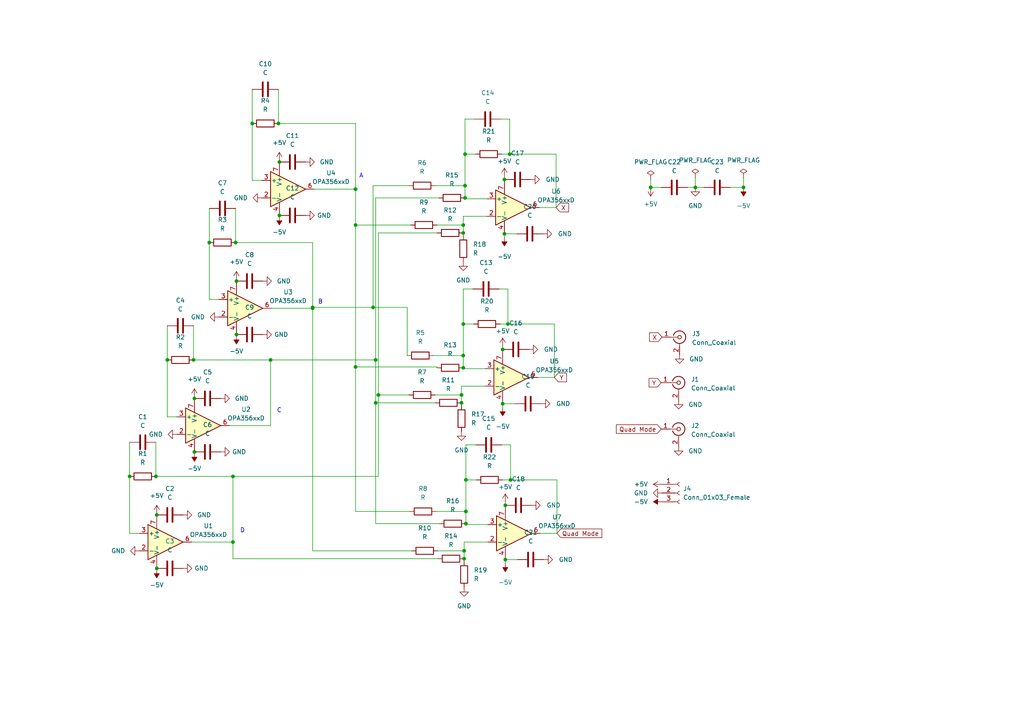
<source format=kicad_sch>
(kicad_sch (version 20211123) (generator eeschema)

  (uuid ce7bbf05-319e-4d37-a527-6d73907edc83)

  (paper "A4")

  (lib_symbols
    (symbol "Amplifier_Operational:OPA356xxD" (pin_names (offset 0.127)) (in_bom yes) (on_board yes)
      (property "Reference" "U" (id 0) (at 0 6.35 0)
        (effects (font (size 1.27 1.27)) (justify left))
      )
      (property "Value" "OPA356xxD" (id 1) (at 0 3.81 0)
        (effects (font (size 1.27 1.27)) (justify left))
      )
      (property "Footprint" "Package_SO:SOIC-8_3.9x4.9mm_P1.27mm" (id 2) (at -2.54 -5.08 0)
        (effects (font (size 1.27 1.27)) (justify left) hide)
      )
      (property "Datasheet" "http://www.ti.com/lit/ds/symlink/opa356.pdf" (id 3) (at 3.81 3.81 0)
        (effects (font (size 1.27 1.27)) hide)
      )
      (property "ki_keywords" "single opamp" (id 4) (at 0 0 0)
        (effects (font (size 1.27 1.27)) hide)
      )
      (property "ki_description" "Single High Speed CMOS Operational Amplifier, SOIC-8" (id 5) (at 0 0 0)
        (effects (font (size 1.27 1.27)) hide)
      )
      (property "ki_fp_filters" "SOIC*3.9x4.9mm*P1.27mm*" (id 6) (at 0 0 0)
        (effects (font (size 1.27 1.27)) hide)
      )
      (symbol "OPA356xxD_0_1"
        (polyline
          (pts
            (xy -5.08 5.08)
            (xy 5.08 0)
            (xy -5.08 -5.08)
            (xy -5.08 5.08)
          )
          (stroke (width 0.254) (type default) (color 0 0 0 0))
          (fill (type background))
        )
      )
      (symbol "OPA356xxD_1_1"
        (pin no_connect line (at -2.54 2.54 270) (length 2.54) hide
          (name "NC" (effects (font (size 1.27 1.27))))
          (number "1" (effects (font (size 1.27 1.27))))
        )
        (pin input line (at -7.62 -2.54 0) (length 2.54)
          (name "-" (effects (font (size 1.27 1.27))))
          (number "2" (effects (font (size 1.27 1.27))))
        )
        (pin input line (at -7.62 2.54 0) (length 2.54)
          (name "+" (effects (font (size 1.27 1.27))))
          (number "3" (effects (font (size 1.27 1.27))))
        )
        (pin power_in line (at -2.54 -7.62 90) (length 3.81)
          (name "V-" (effects (font (size 1.27 1.27))))
          (number "4" (effects (font (size 1.27 1.27))))
        )
        (pin no_connect line (at 0 2.54 270) (length 2.54) hide
          (name "NC" (effects (font (size 1.27 1.27))))
          (number "5" (effects (font (size 1.27 1.27))))
        )
        (pin output line (at 7.62 0 180) (length 2.54)
          (name "~" (effects (font (size 1.27 1.27))))
          (number "6" (effects (font (size 1.27 1.27))))
        )
        (pin power_in line (at -2.54 7.62 270) (length 3.81)
          (name "V+" (effects (font (size 1.27 1.27))))
          (number "7" (effects (font (size 1.27 1.27))))
        )
        (pin no_connect line (at 0 -2.54 90) (length 2.54) hide
          (name "NC" (effects (font (size 1.27 1.27))))
          (number "8" (effects (font (size 1.27 1.27))))
        )
      )
    )
    (symbol "Connector:Conn_01x03_Female" (pin_names (offset 1.016) hide) (in_bom yes) (on_board yes)
      (property "Reference" "J" (id 0) (at 0 5.08 0)
        (effects (font (size 1.27 1.27)))
      )
      (property "Value" "Conn_01x03_Female" (id 1) (at 0 -5.08 0)
        (effects (font (size 1.27 1.27)))
      )
      (property "Footprint" "" (id 2) (at 0 0 0)
        (effects (font (size 1.27 1.27)) hide)
      )
      (property "Datasheet" "~" (id 3) (at 0 0 0)
        (effects (font (size 1.27 1.27)) hide)
      )
      (property "ki_keywords" "connector" (id 4) (at 0 0 0)
        (effects (font (size 1.27 1.27)) hide)
      )
      (property "ki_description" "Generic connector, single row, 01x03, script generated (kicad-library-utils/schlib/autogen/connector/)" (id 5) (at 0 0 0)
        (effects (font (size 1.27 1.27)) hide)
      )
      (property "ki_fp_filters" "Connector*:*_1x??_*" (id 6) (at 0 0 0)
        (effects (font (size 1.27 1.27)) hide)
      )
      (symbol "Conn_01x03_Female_1_1"
        (arc (start 0 -2.032) (mid -0.508 -2.54) (end 0 -3.048)
          (stroke (width 0.1524) (type default) (color 0 0 0 0))
          (fill (type none))
        )
        (polyline
          (pts
            (xy -1.27 -2.54)
            (xy -0.508 -2.54)
          )
          (stroke (width 0.1524) (type default) (color 0 0 0 0))
          (fill (type none))
        )
        (polyline
          (pts
            (xy -1.27 0)
            (xy -0.508 0)
          )
          (stroke (width 0.1524) (type default) (color 0 0 0 0))
          (fill (type none))
        )
        (polyline
          (pts
            (xy -1.27 2.54)
            (xy -0.508 2.54)
          )
          (stroke (width 0.1524) (type default) (color 0 0 0 0))
          (fill (type none))
        )
        (arc (start 0 0.508) (mid -0.508 0) (end 0 -0.508)
          (stroke (width 0.1524) (type default) (color 0 0 0 0))
          (fill (type none))
        )
        (arc (start 0 3.048) (mid -0.508 2.54) (end 0 2.032)
          (stroke (width 0.1524) (type default) (color 0 0 0 0))
          (fill (type none))
        )
        (pin passive line (at -5.08 2.54 0) (length 3.81)
          (name "Pin_1" (effects (font (size 1.27 1.27))))
          (number "1" (effects (font (size 1.27 1.27))))
        )
        (pin passive line (at -5.08 0 0) (length 3.81)
          (name "Pin_2" (effects (font (size 1.27 1.27))))
          (number "2" (effects (font (size 1.27 1.27))))
        )
        (pin passive line (at -5.08 -2.54 0) (length 3.81)
          (name "Pin_3" (effects (font (size 1.27 1.27))))
          (number "3" (effects (font (size 1.27 1.27))))
        )
      )
    )
    (symbol "Connector:Conn_Coaxial" (pin_names (offset 1.016) hide) (in_bom yes) (on_board yes)
      (property "Reference" "J" (id 0) (at 0.254 3.048 0)
        (effects (font (size 1.27 1.27)))
      )
      (property "Value" "Conn_Coaxial" (id 1) (at 2.921 0 90)
        (effects (font (size 1.27 1.27)))
      )
      (property "Footprint" "" (id 2) (at 0 0 0)
        (effects (font (size 1.27 1.27)) hide)
      )
      (property "Datasheet" " ~" (id 3) (at 0 0 0)
        (effects (font (size 1.27 1.27)) hide)
      )
      (property "ki_keywords" "BNC SMA SMB SMC LEMO coaxial connector CINCH RCA" (id 4) (at 0 0 0)
        (effects (font (size 1.27 1.27)) hide)
      )
      (property "ki_description" "coaxial connector (BNC, SMA, SMB, SMC, Cinch/RCA, LEMO, ...)" (id 5) (at 0 0 0)
        (effects (font (size 1.27 1.27)) hide)
      )
      (property "ki_fp_filters" "*BNC* *SMA* *SMB* *SMC* *Cinch* *LEMO*" (id 6) (at 0 0 0)
        (effects (font (size 1.27 1.27)) hide)
      )
      (symbol "Conn_Coaxial_0_1"
        (arc (start -1.778 -0.508) (mid 0.2311 -1.8066) (end 1.778 0)
          (stroke (width 0.254) (type default) (color 0 0 0 0))
          (fill (type none))
        )
        (polyline
          (pts
            (xy -2.54 0)
            (xy -0.508 0)
          )
          (stroke (width 0) (type default) (color 0 0 0 0))
          (fill (type none))
        )
        (polyline
          (pts
            (xy 0 -2.54)
            (xy 0 -1.778)
          )
          (stroke (width 0) (type default) (color 0 0 0 0))
          (fill (type none))
        )
        (circle (center 0 0) (radius 0.508)
          (stroke (width 0.2032) (type default) (color 0 0 0 0))
          (fill (type none))
        )
        (arc (start 1.778 0) (mid 0.2099 1.8101) (end -1.778 0.508)
          (stroke (width 0.254) (type default) (color 0 0 0 0))
          (fill (type none))
        )
      )
      (symbol "Conn_Coaxial_1_1"
        (pin passive line (at -5.08 0 0) (length 2.54)
          (name "In" (effects (font (size 1.27 1.27))))
          (number "1" (effects (font (size 1.27 1.27))))
        )
        (pin passive line (at 0 -5.08 90) (length 2.54)
          (name "Ext" (effects (font (size 1.27 1.27))))
          (number "2" (effects (font (size 1.27 1.27))))
        )
      )
    )
    (symbol "Device:C" (pin_numbers hide) (pin_names (offset 0.254)) (in_bom yes) (on_board yes)
      (property "Reference" "C" (id 0) (at 0.635 2.54 0)
        (effects (font (size 1.27 1.27)) (justify left))
      )
      (property "Value" "C" (id 1) (at 0.635 -2.54 0)
        (effects (font (size 1.27 1.27)) (justify left))
      )
      (property "Footprint" "" (id 2) (at 0.9652 -3.81 0)
        (effects (font (size 1.27 1.27)) hide)
      )
      (property "Datasheet" "~" (id 3) (at 0 0 0)
        (effects (font (size 1.27 1.27)) hide)
      )
      (property "ki_keywords" "cap capacitor" (id 4) (at 0 0 0)
        (effects (font (size 1.27 1.27)) hide)
      )
      (property "ki_description" "Unpolarized capacitor" (id 5) (at 0 0 0)
        (effects (font (size 1.27 1.27)) hide)
      )
      (property "ki_fp_filters" "C_*" (id 6) (at 0 0 0)
        (effects (font (size 1.27 1.27)) hide)
      )
      (symbol "C_0_1"
        (polyline
          (pts
            (xy -2.032 -0.762)
            (xy 2.032 -0.762)
          )
          (stroke (width 0.508) (type default) (color 0 0 0 0))
          (fill (type none))
        )
        (polyline
          (pts
            (xy -2.032 0.762)
            (xy 2.032 0.762)
          )
          (stroke (width 0.508) (type default) (color 0 0 0 0))
          (fill (type none))
        )
      )
      (symbol "C_1_1"
        (pin passive line (at 0 3.81 270) (length 2.794)
          (name "~" (effects (font (size 1.27 1.27))))
          (number "1" (effects (font (size 1.27 1.27))))
        )
        (pin passive line (at 0 -3.81 90) (length 2.794)
          (name "~" (effects (font (size 1.27 1.27))))
          (number "2" (effects (font (size 1.27 1.27))))
        )
      )
    )
    (symbol "Device:R" (pin_numbers hide) (pin_names (offset 0)) (in_bom yes) (on_board yes)
      (property "Reference" "R" (id 0) (at 2.032 0 90)
        (effects (font (size 1.27 1.27)))
      )
      (property "Value" "R" (id 1) (at 0 0 90)
        (effects (font (size 1.27 1.27)))
      )
      (property "Footprint" "" (id 2) (at -1.778 0 90)
        (effects (font (size 1.27 1.27)) hide)
      )
      (property "Datasheet" "~" (id 3) (at 0 0 0)
        (effects (font (size 1.27 1.27)) hide)
      )
      (property "ki_keywords" "R res resistor" (id 4) (at 0 0 0)
        (effects (font (size 1.27 1.27)) hide)
      )
      (property "ki_description" "Resistor" (id 5) (at 0 0 0)
        (effects (font (size 1.27 1.27)) hide)
      )
      (property "ki_fp_filters" "R_*" (id 6) (at 0 0 0)
        (effects (font (size 1.27 1.27)) hide)
      )
      (symbol "R_0_1"
        (rectangle (start -1.016 -2.54) (end 1.016 2.54)
          (stroke (width 0.254) (type default) (color 0 0 0 0))
          (fill (type none))
        )
      )
      (symbol "R_1_1"
        (pin passive line (at 0 3.81 270) (length 1.27)
          (name "~" (effects (font (size 1.27 1.27))))
          (number "1" (effects (font (size 1.27 1.27))))
        )
        (pin passive line (at 0 -3.81 90) (length 1.27)
          (name "~" (effects (font (size 1.27 1.27))))
          (number "2" (effects (font (size 1.27 1.27))))
        )
      )
    )
    (symbol "power:+5V" (power) (pin_names (offset 0)) (in_bom yes) (on_board yes)
      (property "Reference" "#PWR" (id 0) (at 0 -3.81 0)
        (effects (font (size 1.27 1.27)) hide)
      )
      (property "Value" "+5V" (id 1) (at 0 3.556 0)
        (effects (font (size 1.27 1.27)))
      )
      (property "Footprint" "" (id 2) (at 0 0 0)
        (effects (font (size 1.27 1.27)) hide)
      )
      (property "Datasheet" "" (id 3) (at 0 0 0)
        (effects (font (size 1.27 1.27)) hide)
      )
      (property "ki_keywords" "global power" (id 4) (at 0 0 0)
        (effects (font (size 1.27 1.27)) hide)
      )
      (property "ki_description" "Power symbol creates a global label with name \"+5V\"" (id 5) (at 0 0 0)
        (effects (font (size 1.27 1.27)) hide)
      )
      (symbol "+5V_0_1"
        (polyline
          (pts
            (xy -0.762 1.27)
            (xy 0 2.54)
          )
          (stroke (width 0) (type default) (color 0 0 0 0))
          (fill (type none))
        )
        (polyline
          (pts
            (xy 0 0)
            (xy 0 2.54)
          )
          (stroke (width 0) (type default) (color 0 0 0 0))
          (fill (type none))
        )
        (polyline
          (pts
            (xy 0 2.54)
            (xy 0.762 1.27)
          )
          (stroke (width 0) (type default) (color 0 0 0 0))
          (fill (type none))
        )
      )
      (symbol "+5V_1_1"
        (pin power_in line (at 0 0 90) (length 0) hide
          (name "+5V" (effects (font (size 1.27 1.27))))
          (number "1" (effects (font (size 1.27 1.27))))
        )
      )
    )
    (symbol "power:-5V" (power) (pin_names (offset 0)) (in_bom yes) (on_board yes)
      (property "Reference" "#PWR" (id 0) (at 0 2.54 0)
        (effects (font (size 1.27 1.27)) hide)
      )
      (property "Value" "-5V" (id 1) (at 0 3.81 0)
        (effects (font (size 1.27 1.27)))
      )
      (property "Footprint" "" (id 2) (at 0 0 0)
        (effects (font (size 1.27 1.27)) hide)
      )
      (property "Datasheet" "" (id 3) (at 0 0 0)
        (effects (font (size 1.27 1.27)) hide)
      )
      (property "ki_keywords" "global power" (id 4) (at 0 0 0)
        (effects (font (size 1.27 1.27)) hide)
      )
      (property "ki_description" "Power symbol creates a global label with name \"-5V\"" (id 5) (at 0 0 0)
        (effects (font (size 1.27 1.27)) hide)
      )
      (symbol "-5V_0_0"
        (pin power_in line (at 0 0 90) (length 0) hide
          (name "-5V" (effects (font (size 1.27 1.27))))
          (number "1" (effects (font (size 1.27 1.27))))
        )
      )
      (symbol "-5V_0_1"
        (polyline
          (pts
            (xy 0 0)
            (xy 0 1.27)
            (xy 0.762 1.27)
            (xy 0 2.54)
            (xy -0.762 1.27)
            (xy 0 1.27)
          )
          (stroke (width 0) (type default) (color 0 0 0 0))
          (fill (type outline))
        )
      )
    )
    (symbol "power:GND" (power) (pin_names (offset 0)) (in_bom yes) (on_board yes)
      (property "Reference" "#PWR" (id 0) (at 0 -6.35 0)
        (effects (font (size 1.27 1.27)) hide)
      )
      (property "Value" "GND" (id 1) (at 0 -3.81 0)
        (effects (font (size 1.27 1.27)))
      )
      (property "Footprint" "" (id 2) (at 0 0 0)
        (effects (font (size 1.27 1.27)) hide)
      )
      (property "Datasheet" "" (id 3) (at 0 0 0)
        (effects (font (size 1.27 1.27)) hide)
      )
      (property "ki_keywords" "global power" (id 4) (at 0 0 0)
        (effects (font (size 1.27 1.27)) hide)
      )
      (property "ki_description" "Power symbol creates a global label with name \"GND\" , ground" (id 5) (at 0 0 0)
        (effects (font (size 1.27 1.27)) hide)
      )
      (symbol "GND_0_1"
        (polyline
          (pts
            (xy 0 0)
            (xy 0 -1.27)
            (xy 1.27 -1.27)
            (xy 0 -2.54)
            (xy -1.27 -1.27)
            (xy 0 -1.27)
          )
          (stroke (width 0) (type default) (color 0 0 0 0))
          (fill (type none))
        )
      )
      (symbol "GND_1_1"
        (pin power_in line (at 0 0 270) (length 0) hide
          (name "GND" (effects (font (size 1.27 1.27))))
          (number "1" (effects (font (size 1.27 1.27))))
        )
      )
    )
    (symbol "power:PWR_FLAG" (power) (pin_numbers hide) (pin_names (offset 0) hide) (in_bom yes) (on_board yes)
      (property "Reference" "#FLG" (id 0) (at 0 1.905 0)
        (effects (font (size 1.27 1.27)) hide)
      )
      (property "Value" "PWR_FLAG" (id 1) (at 0 3.81 0)
        (effects (font (size 1.27 1.27)))
      )
      (property "Footprint" "" (id 2) (at 0 0 0)
        (effects (font (size 1.27 1.27)) hide)
      )
      (property "Datasheet" "~" (id 3) (at 0 0 0)
        (effects (font (size 1.27 1.27)) hide)
      )
      (property "ki_keywords" "flag power" (id 4) (at 0 0 0)
        (effects (font (size 1.27 1.27)) hide)
      )
      (property "ki_description" "Special symbol for telling ERC where power comes from" (id 5) (at 0 0 0)
        (effects (font (size 1.27 1.27)) hide)
      )
      (symbol "PWR_FLAG_0_0"
        (pin power_out line (at 0 0 90) (length 0)
          (name "pwr" (effects (font (size 1.27 1.27))))
          (number "1" (effects (font (size 1.27 1.27))))
        )
      )
      (symbol "PWR_FLAG_0_1"
        (polyline
          (pts
            (xy 0 0)
            (xy 0 1.27)
            (xy -1.016 1.905)
            (xy 0 2.54)
            (xy 1.016 1.905)
            (xy 0 1.27)
          )
          (stroke (width 0) (type default) (color 0 0 0 0))
          (fill (type none))
        )
      )
    )
  )


  (junction (at 60.706 70.358) (diameter 0) (color 0 0 0 0)
    (uuid 0bf476a1-3383-4937-80da-c54051db2779)
  )
  (junction (at 134.874 53.848) (diameter 0) (color 0 0 0 0)
    (uuid 1427c006-7a68-4271-8e1b-5569b3c53248)
  )
  (junction (at 134.366 65.278) (diameter 0) (color 0 0 0 0)
    (uuid 152b0a49-d6f9-49f8-91a2-153ddf208ae2)
  )
  (junction (at 146.558 162.306) (diameter 0) (color 0 0 0 0)
    (uuid 2f4bded5-9341-4496-a7f7-d9906dd9acf4)
  )
  (junction (at 81.026 62.484) (diameter 0) (color 0 0 0 0)
    (uuid 2f6e9239-948f-4444-b737-29e2f9f606dd)
  )
  (junction (at 78.486 104.394) (diameter 0) (color 0 0 0 0)
    (uuid 39c4a5b1-95c2-4b94-9595-7e9572e3d5c4)
  )
  (junction (at 145.796 101.346) (diameter 0) (color 0 0 0 0)
    (uuid 3dbd7c05-9c9a-46a4-8a37-0d8a14832996)
  )
  (junction (at 56.388 131.064) (diameter 0) (color 0 0 0 0)
    (uuid 46a30b9a-494f-4d24-aa04-eec204b5cceb)
  )
  (junction (at 148.082 139.192) (diameter 0) (color 0 0 0 0)
    (uuid 4da2a269-5356-4214-b2ac-c750df88ee76)
  )
  (junction (at 81.026 46.99) (diameter 0) (color 0 0 0 0)
    (uuid 4eb49290-4c96-4e24-887d-e0d4b5f32159)
  )
  (junction (at 45.466 149.352) (diameter 0) (color 0 0 0 0)
    (uuid 4f7f4005-fe4d-4e9f-9b3b-7564db9d6ab0)
  )
  (junction (at 80.772 35.814) (diameter 0) (color 0 0 0 0)
    (uuid 53933e5a-0a15-4d26-94cc-86b2e59b00f3)
  )
  (junction (at 201.676 54.356) (diameter 0) (color 0 0 0 0)
    (uuid 53eb8252-d06f-4764-81a5-30b1eafc49d4)
  )
  (junction (at 67.564 138.176) (diameter 0) (color 0 0 0 0)
    (uuid 54626b1b-c92e-4d1d-985e-c50c05e8582d)
  )
  (junction (at 37.592 138.176) (diameter 0) (color 0 0 0 0)
    (uuid 562e90b9-09cc-43ce-b317-d6f0b6545023)
  )
  (junction (at 215.646 54.356) (diameter 0) (color 0 0 0 0)
    (uuid 57362826-0d47-4fd6-a1a4-4a8290690b58)
  )
  (junction (at 134.874 44.704) (diameter 0) (color 0 0 0 0)
    (uuid 5cc907e0-d4c7-4570-b809-1eb61e1271a2)
  )
  (junction (at 133.858 116.84) (diameter 0) (color 0 0 0 0)
    (uuid 5e863e09-cb91-4f6d-a173-a7a7d3c947c3)
  )
  (junction (at 68.326 70.358) (diameter 0) (color 0 0 0 0)
    (uuid 62f787ce-ca86-4301-b6a1-3f008e3cdf39)
  )
  (junction (at 68.58 81.534) (diameter 0) (color 0 0 0 0)
    (uuid 6701f52d-8818-4d7a-a9bf-a366a6e3ca5e)
  )
  (junction (at 135.128 139.192) (diameter 0) (color 0 0 0 0)
    (uuid 6b255660-cb58-43b6-b22a-4a21e03f69bd)
  )
  (junction (at 146.304 67.818) (diameter 0) (color 0 0 0 0)
    (uuid 786d909a-17e7-4a0b-bfa7-ac80a1a72b90)
  )
  (junction (at 135.128 148.336) (diameter 0) (color 0 0 0 0)
    (uuid 820f35ec-1fb4-4bb1-8d8d-6c60e8b84d22)
  )
  (junction (at 134.366 67.564) (diameter 0) (color 0 0 0 0)
    (uuid 882bb504-2914-4d41-bc74-57b2c8d361e5)
  )
  (junction (at 108.966 116.84) (diameter 0) (color 0 0 0 0)
    (uuid 89ae7043-1f21-4879-a14c-fe558cf6b8e8)
  )
  (junction (at 134.366 93.98) (diameter 0) (color 0 0 0 0)
    (uuid 917784da-fd6e-4962-96ca-8ec55509436d)
  )
  (junction (at 45.466 164.846) (diameter 0) (color 0 0 0 0)
    (uuid 95c8aaa9-9349-43f4-a2f1-54acaf35a3e1)
  )
  (junction (at 67.564 157.226) (diameter 0) (color 0 0 0 0)
    (uuid 960c36cb-f4da-4f88-b886-2f3346f4c4e9)
  )
  (junction (at 134.62 159.766) (diameter 0) (color 0 0 0 0)
    (uuid 986191c0-ba67-435b-b032-56f610e77ba0)
  )
  (junction (at 145.796 117.094) (diameter 0) (color 0 0 0 0)
    (uuid 98ea5c83-5dba-424a-8006-7e5a2ae4c4e3)
  )
  (junction (at 90.678 89.408) (diameter 0) (color 0 0 0 0)
    (uuid 99aba650-e5ed-43e8-bdee-cd9b52d9495b)
  )
  (junction (at 147.32 93.98) (diameter 0) (color 0 0 0 0)
    (uuid 9ac24d6b-5352-44c1-a34f-368ff7ba5fe1)
  )
  (junction (at 103.124 54.864) (diameter 0) (color 0 0 0 0)
    (uuid a89c70cb-4fab-4d95-8fe9-d4d79c94f9e0)
  )
  (junction (at 188.722 54.356) (diameter 0) (color 0 0 0 0)
    (uuid aaa3a265-c09c-480b-afb2-e15cb88afb6b)
  )
  (junction (at 108.966 104.394) (diameter 0) (color 0 0 0 0)
    (uuid ac16d07a-c92b-4b2f-85ea-0d59a742a63e)
  )
  (junction (at 134.62 162.052) (diameter 0) (color 0 0 0 0)
    (uuid b61c3735-9885-45b2-849f-aec87560bbf5)
  )
  (junction (at 135.128 151.892) (diameter 0) (color 0 0 0 0)
    (uuid b7cc55d0-374a-42e4-b22e-a69e79494416)
  )
  (junction (at 134.874 57.404) (diameter 0) (color 0 0 0 0)
    (uuid bade4378-6bca-4101-9152-e81cc23f2b3a)
  )
  (junction (at 146.304 52.07) (diameter 0) (color 0 0 0 0)
    (uuid c30e0194-9530-4248-b507-0a81748f9ef9)
  )
  (junction (at 133.858 114.554) (diameter 0) (color 0 0 0 0)
    (uuid c475df2d-5165-427a-b26c-696a31d40703)
  )
  (junction (at 108.204 89.154) (diameter 0) (color 0 0 0 0)
    (uuid c8698fb5-c54d-40b3-8ea3-421c4d210c41)
  )
  (junction (at 134.366 106.68) (diameter 0) (color 0 0 0 0)
    (uuid c90c9747-fcc3-4fff-9545-2f569cbf7396)
  )
  (junction (at 147.828 44.704) (diameter 0) (color 0 0 0 0)
    (uuid cb3725cb-7431-43f3-a74d-a2f1a4107201)
  )
  (junction (at 90.678 89.154) (diameter 0) (color 0 0 0 0)
    (uuid cf546b23-dd77-4a17-a23c-95d29cabdf36)
  )
  (junction (at 45.212 138.176) (diameter 0) (color 0 0 0 0)
    (uuid d6cd84e2-9cb0-4ed9-b357-7b2a8535f248)
  )
  (junction (at 109.728 114.554) (diameter 0) (color 0 0 0 0)
    (uuid dd3a1756-2a93-4079-9dce-9deca9190e10)
  )
  (junction (at 146.558 146.558) (diameter 0) (color 0 0 0 0)
    (uuid dd72f897-8663-4a83-991b-91566f5939e9)
  )
  (junction (at 68.58 97.028) (diameter 0) (color 0 0 0 0)
    (uuid e6e48190-cc79-4c31-a7e5-d6a63bb71132)
  )
  (junction (at 103.124 65.278) (diameter 0) (color 0 0 0 0)
    (uuid ec4de8b5-c4ff-4e9c-98e4-7b028acc23c0)
  )
  (junction (at 56.388 115.57) (diameter 0) (color 0 0 0 0)
    (uuid f4539ab2-3dbb-4c33-8d1f-2133690f6442)
  )
  (junction (at 73.152 35.814) (diameter 0) (color 0 0 0 0)
    (uuid f62133f2-ceb3-4dfd-a1b1-1bca3125be08)
  )
  (junction (at 56.134 104.394) (diameter 0) (color 0 0 0 0)
    (uuid f785a0a7-0bc1-4504-95c6-d776eded2c39)
  )
  (junction (at 103.124 106.426) (diameter 0) (color 0 0 0 0)
    (uuid f89c1a48-6beb-4352-9515-3317d1f2088a)
  )
  (junction (at 134.366 103.124) (diameter 0) (color 0 0 0 0)
    (uuid fe0e8e72-74ca-416c-b41c-02016a10502e)
  )
  (junction (at 48.514 104.394) (diameter 0) (color 0 0 0 0)
    (uuid fe98c637-6845-49e2-95ad-4273263c74d9)
  )

  (wire (pts (xy 108.966 104.394) (xy 108.966 116.84))
    (stroke (width 0) (type default) (color 0 0 0 0))
    (uuid 00095c5d-3b37-44bb-9a62-c4d4b6a54d9e)
  )
  (wire (pts (xy 161.29 44.704) (xy 161.29 60.198))
    (stroke (width 0) (type default) (color 0 0 0 0))
    (uuid 01bef885-1868-4085-bfc1-1fe1cdcd4817)
  )
  (wire (pts (xy 134.366 106.68) (xy 134.366 106.934))
    (stroke (width 0) (type default) (color 0 0 0 0))
    (uuid 01ea7977-40b9-4725-aba0-3b4da8687b39)
  )
  (wire (pts (xy 135.128 148.336) (xy 135.128 151.892))
    (stroke (width 0) (type default) (color 0 0 0 0))
    (uuid 03e84f93-9fbf-4f9f-a2ff-99d732f25459)
  )
  (wire (pts (xy 60.706 60.452) (xy 60.706 70.358))
    (stroke (width 0) (type default) (color 0 0 0 0))
    (uuid 060731e4-97c3-4109-85ea-5ed66bbd716e)
  )
  (wire (pts (xy 126.746 106.426) (xy 103.124 106.426))
    (stroke (width 0) (type default) (color 0 0 0 0))
    (uuid 06bf142e-9021-416b-a320-9784c65bc950)
  )
  (wire (pts (xy 56.388 131.064) (xy 56.388 131.318))
    (stroke (width 0) (type default) (color 0 0 0 0))
    (uuid 09d5db3d-5c37-4fd2-9a10-a07b58782ef5)
  )
  (wire (pts (xy 90.678 89.154) (xy 108.204 89.154))
    (stroke (width 0) (type default) (color 0 0 0 0))
    (uuid 0ad55bbd-d654-47f4-98a8-519c64d85a21)
  )
  (wire (pts (xy 108.204 89.154) (xy 108.204 53.848))
    (stroke (width 0) (type default) (color 0 0 0 0))
    (uuid 0bd0b585-5e61-41f1-9a0f-5726a4ac2ecf)
  )
  (wire (pts (xy 103.124 54.864) (xy 103.124 35.814))
    (stroke (width 0) (type default) (color 0 0 0 0))
    (uuid 0c10df6d-0789-4ac7-ad9e-8f454efee997)
  )
  (wire (pts (xy 90.678 89.408) (xy 90.678 159.766))
    (stroke (width 0) (type default) (color 0 0 0 0))
    (uuid 0e72874d-6a43-4eef-a1b7-c388ca188ea9)
  )
  (wire (pts (xy 81.026 46.736) (xy 81.026 46.99))
    (stroke (width 0) (type default) (color 0 0 0 0))
    (uuid 0fd69203-2314-44ea-b8b5-5ba6675e3fb7)
  )
  (wire (pts (xy 188.722 54.356) (xy 191.77 54.356))
    (stroke (width 0) (type default) (color 0 0 0 0))
    (uuid 10978fd6-ee53-4085-aeb0-da561ab70f69)
  )
  (wire (pts (xy 133.858 112.014) (xy 133.858 114.554))
    (stroke (width 0) (type default) (color 0 0 0 0))
    (uuid 121d297a-29fb-48d6-b166-79503287b669)
  )
  (wire (pts (xy 73.152 52.324) (xy 75.946 52.324))
    (stroke (width 0) (type default) (color 0 0 0 0))
    (uuid 13ff0918-8dac-4c78-95f1-e4aa6d65e9f3)
  )
  (wire (pts (xy 80.772 35.814) (xy 103.124 35.814))
    (stroke (width 0) (type default) (color 0 0 0 0))
    (uuid 14a2b8c7-2106-40f4-90df-d4b12cb1c79c)
  )
  (wire (pts (xy 126.746 65.278) (xy 134.366 65.278))
    (stroke (width 0) (type default) (color 0 0 0 0))
    (uuid 15f99123-4ec9-4063-adfa-86db959a6ffe)
  )
  (wire (pts (xy 48.514 120.904) (xy 51.308 120.904))
    (stroke (width 0) (type default) (color 0 0 0 0))
    (uuid 1738aded-6b7b-40b9-b257-51c77b5a9fa7)
  )
  (wire (pts (xy 81.026 46.99) (xy 81.026 47.244))
    (stroke (width 0) (type default) (color 0 0 0 0))
    (uuid 1cb57ae6-0d28-48ae-8ee8-27dcf931f4a7)
  )
  (wire (pts (xy 146.304 67.818) (xy 146.304 68.834))
    (stroke (width 0) (type default) (color 0 0 0 0))
    (uuid 1e3a2431-ea1c-4133-af93-38bc895b8647)
  )
  (wire (pts (xy 55.626 157.226) (xy 67.564 157.226))
    (stroke (width 0) (type default) (color 0 0 0 0))
    (uuid 21dec6c9-249a-49a5-95f3-d8c8aa7f81f6)
  )
  (wire (pts (xy 145.796 139.192) (xy 148.082 139.192))
    (stroke (width 0) (type default) (color 0 0 0 0))
    (uuid 235f9d0d-1253-429d-a08b-d9c1e42f320b)
  )
  (wire (pts (xy 80.772 25.908) (xy 80.772 35.814))
    (stroke (width 0) (type default) (color 0 0 0 0))
    (uuid 245013f8-6db4-4f1b-82df-9af7b205940e)
  )
  (wire (pts (xy 126.746 106.426) (xy 126.746 106.68))
    (stroke (width 0) (type default) (color 0 0 0 0))
    (uuid 25dcb583-0779-4f43-9eed-a4d79b5a27e5)
  )
  (wire (pts (xy 135.128 129.032) (xy 135.128 139.192))
    (stroke (width 0) (type default) (color 0 0 0 0))
    (uuid 278281f5-d2ee-4aac-a702-13c445d74796)
  )
  (wire (pts (xy 68.58 97.028) (xy 68.58 97.282))
    (stroke (width 0) (type default) (color 0 0 0 0))
    (uuid 27b0e162-acfc-4312-8b7d-cdb75d4d7553)
  )
  (wire (pts (xy 137.668 34.544) (xy 134.874 34.544))
    (stroke (width 0) (type default) (color 0 0 0 0))
    (uuid 28582496-2176-47c3-8e4d-42897e803109)
  )
  (wire (pts (xy 127.508 151.892) (xy 108.966 151.892))
    (stroke (width 0) (type default) (color 0 0 0 0))
    (uuid 2b8d6172-fa73-4c88-b814-029c0a50af73)
  )
  (wire (pts (xy 146.304 52.07) (xy 146.304 52.578))
    (stroke (width 0) (type default) (color 0 0 0 0))
    (uuid 2c3ebaa5-7246-4b12-9a6f-5ba3b8dea17c)
  )
  (wire (pts (xy 73.152 35.814) (xy 73.152 52.324))
    (stroke (width 0) (type default) (color 0 0 0 0))
    (uuid 2f08482c-dca7-4f6a-aa92-dde54f1fc574)
  )
  (wire (pts (xy 133.858 116.84) (xy 133.858 117.602))
    (stroke (width 0) (type default) (color 0 0 0 0))
    (uuid 31ec58e1-7fb0-4459-a68b-2e2b5b195f93)
  )
  (wire (pts (xy 109.728 138.176) (xy 67.564 138.176))
    (stroke (width 0) (type default) (color 0 0 0 0))
    (uuid 353a1b08-25d2-4db7-961e-e28b7d940a5e)
  )
  (wire (pts (xy 211.836 54.356) (xy 215.646 54.356))
    (stroke (width 0) (type default) (color 0 0 0 0))
    (uuid 3d09593c-11a0-4071-8639-a24d6f5e3d00)
  )
  (wire (pts (xy 127 162.052) (xy 67.564 162.052))
    (stroke (width 0) (type default) (color 0 0 0 0))
    (uuid 3d5c3073-2f07-41da-858f-4f6920e7c3e7)
  )
  (wire (pts (xy 141.478 157.226) (xy 134.62 157.226))
    (stroke (width 0) (type default) (color 0 0 0 0))
    (uuid 3f951864-673c-4dda-b591-40ae9b179b65)
  )
  (wire (pts (xy 134.366 67.564) (xy 134.366 68.326))
    (stroke (width 0) (type default) (color 0 0 0 0))
    (uuid 3fc652c9-5c6d-495a-97e3-01673fc1575b)
  )
  (wire (pts (xy 67.564 162.052) (xy 67.564 157.226))
    (stroke (width 0) (type default) (color 0 0 0 0))
    (uuid 413afa89-85be-4b3e-8259-160a6295a2bd)
  )
  (wire (pts (xy 68.326 70.358) (xy 90.678 70.358))
    (stroke (width 0) (type default) (color 0 0 0 0))
    (uuid 427b7fd1-b20c-48ab-8265-bff8307e4f48)
  )
  (wire (pts (xy 78.74 89.408) (xy 90.678 89.408))
    (stroke (width 0) (type default) (color 0 0 0 0))
    (uuid 42f86d39-9f28-405f-ba62-3e83538ced3b)
  )
  (wire (pts (xy 134.874 34.544) (xy 134.874 44.704))
    (stroke (width 0) (type default) (color 0 0 0 0))
    (uuid 432d5713-7ce2-4c60-85d8-e3e4b783a355)
  )
  (wire (pts (xy 145.796 117.094) (xy 145.796 118.11))
    (stroke (width 0) (type default) (color 0 0 0 0))
    (uuid 483b50c9-dcba-42a0-95a1-1d098f1da15e)
  )
  (wire (pts (xy 81.026 62.484) (xy 81.026 62.738))
    (stroke (width 0) (type default) (color 0 0 0 0))
    (uuid 4d35fa88-be94-4925-8ac5-08d494df7cfe)
  )
  (wire (pts (xy 48.514 94.488) (xy 48.514 104.394))
    (stroke (width 0) (type default) (color 0 0 0 0))
    (uuid 4d3ed869-a52d-4d07-acf8-fe4ac82a67fd)
  )
  (wire (pts (xy 45.212 138.176) (xy 67.564 138.176))
    (stroke (width 0) (type default) (color 0 0 0 0))
    (uuid 4e4c3809-f285-4b4e-b5f9-ccb741b5badd)
  )
  (wire (pts (xy 126.492 148.336) (xy 135.128 148.336))
    (stroke (width 0) (type default) (color 0 0 0 0))
    (uuid 4f672992-61f3-4a1c-b7bf-999b04238f38)
  )
  (wire (pts (xy 145.288 34.544) (xy 147.828 34.544))
    (stroke (width 0) (type default) (color 0 0 0 0))
    (uuid 50bc1990-3739-40e0-94c2-029652551430)
  )
  (wire (pts (xy 45.212 128.27) (xy 45.212 138.176))
    (stroke (width 0) (type default) (color 0 0 0 0))
    (uuid 541bb1b9-cc23-41cc-82dc-cb0b312aa833)
  )
  (wire (pts (xy 56.388 115.57) (xy 56.388 115.824))
    (stroke (width 0) (type default) (color 0 0 0 0))
    (uuid 57ba1fff-2ec5-4a03-8967-6e95c8022516)
  )
  (wire (pts (xy 68.326 60.452) (xy 68.326 70.358))
    (stroke (width 0) (type default) (color 0 0 0 0))
    (uuid 5b53a04a-2ba9-4f37-90c8-fee907d373b6)
  )
  (wire (pts (xy 66.548 123.444) (xy 78.486 123.444))
    (stroke (width 0) (type default) (color 0 0 0 0))
    (uuid 5e804bfa-ca28-40e6-983e-c97ed9eeafd4)
  )
  (wire (pts (xy 148.082 139.192) (xy 161.544 139.192))
    (stroke (width 0) (type default) (color 0 0 0 0))
    (uuid 5eb75814-2185-4c0f-9a2c-e581c5ac89c7)
  )
  (wire (pts (xy 160.782 93.98) (xy 160.782 109.474))
    (stroke (width 0) (type default) (color 0 0 0 0))
    (uuid 62692595-512f-4d74-97f5-d13a25fd97ff)
  )
  (wire (pts (xy 134.366 106.934) (xy 140.716 106.934))
    (stroke (width 0) (type default) (color 0 0 0 0))
    (uuid 6477d6d2-ed73-440d-b7cf-3b02c24d74d5)
  )
  (wire (pts (xy 56.388 115.316) (xy 56.388 115.57))
    (stroke (width 0) (type default) (color 0 0 0 0))
    (uuid 65ffbbf9-3676-4798-836e-9b2a0d568938)
  )
  (wire (pts (xy 90.678 89.154) (xy 90.678 70.358))
    (stroke (width 0) (type default) (color 0 0 0 0))
    (uuid 68474633-117f-4bdf-b762-a201e3b19058)
  )
  (wire (pts (xy 48.514 104.394) (xy 48.514 120.904))
    (stroke (width 0) (type default) (color 0 0 0 0))
    (uuid 6937a516-ea47-442e-ae2b-df9aba101746)
  )
  (wire (pts (xy 109.728 114.554) (xy 109.728 138.176))
    (stroke (width 0) (type default) (color 0 0 0 0))
    (uuid 6bcedac8-8541-44ea-adc3-69472765d8e7)
  )
  (wire (pts (xy 119.38 159.766) (xy 90.678 159.766))
    (stroke (width 0) (type default) (color 0 0 0 0))
    (uuid 6caa1ef0-74c7-434b-a009-01ceb38f45e9)
  )
  (wire (pts (xy 148.082 129.032) (xy 148.082 139.192))
    (stroke (width 0) (type default) (color 0 0 0 0))
    (uuid 70fe6f7f-3816-4500-94bf-a6133463746d)
  )
  (wire (pts (xy 118.872 148.336) (xy 103.124 148.336))
    (stroke (width 0) (type default) (color 0 0 0 0))
    (uuid 776133ba-00f3-44ef-bc26-f06a22d416ff)
  )
  (wire (pts (xy 78.486 123.444) (xy 78.486 104.394))
    (stroke (width 0) (type default) (color 0 0 0 0))
    (uuid 78e6b7d7-e3c5-4a0d-a173-556d89c358a3)
  )
  (wire (pts (xy 135.128 139.192) (xy 135.128 148.336))
    (stroke (width 0) (type default) (color 0 0 0 0))
    (uuid 7de072e0-0a39-4d22-a2bc-693a7b82deb2)
  )
  (wire (pts (xy 134.62 159.766) (xy 134.62 162.052))
    (stroke (width 0) (type default) (color 0 0 0 0))
    (uuid 7e90bb36-dc09-4175-bacc-d2e7e7681271)
  )
  (wire (pts (xy 134.366 93.98) (xy 134.366 103.124))
    (stroke (width 0) (type default) (color 0 0 0 0))
    (uuid 80e025a6-bcf1-4b80-96b2-f66ee22f6b15)
  )
  (wire (pts (xy 109.728 67.564) (xy 109.728 114.554))
    (stroke (width 0) (type default) (color 0 0 0 0))
    (uuid 80f0d6b8-c26f-4b71-a828-567c50af384b)
  )
  (wire (pts (xy 161.544 139.192) (xy 161.544 154.686))
    (stroke (width 0) (type default) (color 0 0 0 0))
    (uuid 832b87ae-fbbe-4dce-8c53-a3cc0ff9a0e5)
  )
  (wire (pts (xy 146.304 51.308) (xy 146.304 52.07))
    (stroke (width 0) (type default) (color 0 0 0 0))
    (uuid 838bae4f-7f87-4a16-9a2d-e433069b83b9)
  )
  (wire (pts (xy 103.124 106.426) (xy 103.124 148.336))
    (stroke (width 0) (type default) (color 0 0 0 0))
    (uuid 839095d4-71f8-4e19-ae47-a05e63e83791)
  )
  (wire (pts (xy 147.828 44.704) (xy 161.29 44.704))
    (stroke (width 0) (type default) (color 0 0 0 0))
    (uuid 83d37c4a-efb5-4c47-9bf5-30f9720d702f)
  )
  (wire (pts (xy 146.558 145.796) (xy 146.558 146.558))
    (stroke (width 0) (type default) (color 0 0 0 0))
    (uuid 84e1fa75-6dff-475f-9a4f-b4b6f5ed4d0f)
  )
  (wire (pts (xy 37.592 138.176) (xy 37.592 154.686))
    (stroke (width 0) (type default) (color 0 0 0 0))
    (uuid 85af1f3d-0f37-495e-904a-c50a01dc21f2)
  )
  (wire (pts (xy 91.186 54.864) (xy 103.124 54.864))
    (stroke (width 0) (type default) (color 0 0 0 0))
    (uuid 85db09a5-a3be-4118-ae6b-7cb32ef8dbaf)
  )
  (wire (pts (xy 60.706 70.358) (xy 60.706 86.868))
    (stroke (width 0) (type default) (color 0 0 0 0))
    (uuid 867b2f4b-e7f2-415d-b052-76d5a9ea588b)
  )
  (wire (pts (xy 126.238 116.84) (xy 108.966 116.84))
    (stroke (width 0) (type default) (color 0 0 0 0))
    (uuid 8b37ae9b-e4f1-4780-8252-61dc73e9cecd)
  )
  (wire (pts (xy 188.722 52.07) (xy 188.722 54.356))
    (stroke (width 0) (type default) (color 0 0 0 0))
    (uuid 90cbb620-aac9-4b22-beb4-1b33cdd34ee7)
  )
  (wire (pts (xy 146.558 162.306) (xy 150.114 162.306))
    (stroke (width 0) (type default) (color 0 0 0 0))
    (uuid 90e712fc-651a-40bc-8fd2-449982008584)
  )
  (wire (pts (xy 126.238 114.554) (xy 133.858 114.554))
    (stroke (width 0) (type default) (color 0 0 0 0))
    (uuid 911f3693-40a3-41a1-ad56-d80d05565088)
  )
  (wire (pts (xy 161.544 154.686) (xy 156.718 154.686))
    (stroke (width 0) (type default) (color 0 0 0 0))
    (uuid 914998ef-1dc5-49d8-8d08-594092e1d1bc)
  )
  (wire (pts (xy 147.32 93.98) (xy 160.782 93.98))
    (stroke (width 0) (type default) (color 0 0 0 0))
    (uuid 93b15f25-0615-41f6-abf4-36740d64eb4b)
  )
  (wire (pts (xy 146.558 146.558) (xy 146.558 147.066))
    (stroke (width 0) (type default) (color 0 0 0 0))
    (uuid 96a92fcd-2188-4b42-bac3-6eff40451cfb)
  )
  (wire (pts (xy 126.238 53.848) (xy 134.874 53.848))
    (stroke (width 0) (type default) (color 0 0 0 0))
    (uuid 98b21c8e-d9ca-43e9-8d26-4d177139501c)
  )
  (wire (pts (xy 134.366 83.82) (xy 134.366 93.98))
    (stroke (width 0) (type default) (color 0 0 0 0))
    (uuid 9dad1c95-b1b1-496b-8508-239dfab635d4)
  )
  (wire (pts (xy 60.706 86.868) (xy 63.5 86.868))
    (stroke (width 0) (type default) (color 0 0 0 0))
    (uuid a0089358-7495-4d57-94e2-93ec1c09e63b)
  )
  (wire (pts (xy 103.124 54.864) (xy 103.124 65.278))
    (stroke (width 0) (type default) (color 0 0 0 0))
    (uuid a6ae3519-9d8d-4167-a966-3beed5024c54)
  )
  (wire (pts (xy 147.828 34.544) (xy 147.828 44.704))
    (stroke (width 0) (type default) (color 0 0 0 0))
    (uuid a6de0b45-7e01-4f06-b4a2-49d87b304da5)
  )
  (wire (pts (xy 137.16 83.82) (xy 134.366 83.82))
    (stroke (width 0) (type default) (color 0 0 0 0))
    (uuid a8917bc4-b936-41f5-afdd-baba5e0a19b9)
  )
  (wire (pts (xy 108.204 89.154) (xy 118.11 89.154))
    (stroke (width 0) (type default) (color 0 0 0 0))
    (uuid a8d4ccb1-bc1d-42e4-9ca0-d5be8b5ed5a3)
  )
  (wire (pts (xy 199.39 54.356) (xy 201.676 54.356))
    (stroke (width 0) (type default) (color 0 0 0 0))
    (uuid a92c83c9-35a2-466a-9769-f02903be4cb1)
  )
  (wire (pts (xy 134.874 57.658) (xy 141.224 57.658))
    (stroke (width 0) (type default) (color 0 0 0 0))
    (uuid aaa5847f-abb0-452f-9e8e-8d29e6ef93c0)
  )
  (wire (pts (xy 147.32 83.82) (xy 147.32 93.98))
    (stroke (width 0) (type default) (color 0 0 0 0))
    (uuid abab306f-3807-449a-a91e-f52d870a4dc6)
  )
  (wire (pts (xy 145.796 117.094) (xy 149.352 117.094))
    (stroke (width 0) (type default) (color 0 0 0 0))
    (uuid adad26c6-88a1-4a7e-b60a-0d831e1f6126)
  )
  (wire (pts (xy 134.874 44.704) (xy 137.922 44.704))
    (stroke (width 0) (type default) (color 0 0 0 0))
    (uuid adde36d2-aa05-4f66-b224-d3d8d78a02f2)
  )
  (wire (pts (xy 56.134 104.394) (xy 78.486 104.394))
    (stroke (width 0) (type default) (color 0 0 0 0))
    (uuid af72f84a-f008-4c81-8c60-3a2c7b056934)
  )
  (wire (pts (xy 108.966 104.394) (xy 78.486 104.394))
    (stroke (width 0) (type default) (color 0 0 0 0))
    (uuid b1dc2daa-a5d3-492c-9742-fe9f5d88c005)
  )
  (wire (pts (xy 137.922 129.032) (xy 135.128 129.032))
    (stroke (width 0) (type default) (color 0 0 0 0))
    (uuid b25c686e-1184-4402-9688-e56a9da452ef)
  )
  (wire (pts (xy 37.592 154.686) (xy 40.386 154.686))
    (stroke (width 0) (type default) (color 0 0 0 0))
    (uuid b2766ecc-8d7e-44ac-bda4-223770d7f2c2)
  )
  (wire (pts (xy 134.366 93.98) (xy 137.414 93.98))
    (stroke (width 0) (type default) (color 0 0 0 0))
    (uuid b3f2e067-cb82-4ed8-afe6-ec32618b68b0)
  )
  (wire (pts (xy 125.73 103.124) (xy 134.366 103.124))
    (stroke (width 0) (type default) (color 0 0 0 0))
    (uuid ba4c1975-f200-4c59-b061-66735951ad25)
  )
  (wire (pts (xy 68.58 81.28) (xy 68.58 81.534))
    (stroke (width 0) (type default) (color 0 0 0 0))
    (uuid baa0292b-dad6-4e06-9683-d24cb79204dc)
  )
  (wire (pts (xy 135.128 152.146) (xy 141.478 152.146))
    (stroke (width 0) (type default) (color 0 0 0 0))
    (uuid bbf60e10-db28-4526-a4d0-4ab454581a88)
  )
  (wire (pts (xy 145.796 100.584) (xy 145.796 101.346))
    (stroke (width 0) (type default) (color 0 0 0 0))
    (uuid be3a03f1-eca6-4449-b306-cfbfc6951f01)
  )
  (wire (pts (xy 68.58 81.534) (xy 68.58 81.788))
    (stroke (width 0) (type default) (color 0 0 0 0))
    (uuid bea31f03-2dbb-43f6-8ef8-135a04230d21)
  )
  (wire (pts (xy 45.466 164.846) (xy 45.466 165.1))
    (stroke (width 0) (type default) (color 0 0 0 0))
    (uuid c2791a99-8fbb-4a9d-80ca-e16f363d22e3)
  )
  (wire (pts (xy 135.128 139.192) (xy 138.176 139.192))
    (stroke (width 0) (type default) (color 0 0 0 0))
    (uuid c29e7d45-c3bd-4c43-b9bf-1f4094236f6a)
  )
  (wire (pts (xy 145.542 44.704) (xy 147.828 44.704))
    (stroke (width 0) (type default) (color 0 0 0 0))
    (uuid c4d99927-c53a-445b-ba51-306f10003df4)
  )
  (wire (pts (xy 134.62 162.052) (xy 134.62 162.814))
    (stroke (width 0) (type default) (color 0 0 0 0))
    (uuid c53d954c-6529-4304-950f-422116b31fbe)
  )
  (wire (pts (xy 90.678 89.154) (xy 90.678 89.408))
    (stroke (width 0) (type default) (color 0 0 0 0))
    (uuid c7631807-eb17-4d9e-8be2-1a367f13eef9)
  )
  (wire (pts (xy 127.254 57.404) (xy 108.966 57.404))
    (stroke (width 0) (type default) (color 0 0 0 0))
    (uuid c847ffdc-2967-4a62-a2bb-e9bea3d24e62)
  )
  (wire (pts (xy 134.366 103.124) (xy 134.366 106.68))
    (stroke (width 0) (type default) (color 0 0 0 0))
    (uuid c9baa750-7b08-4e07-8177-c178859d8495)
  )
  (wire (pts (xy 119.126 65.278) (xy 103.124 65.278))
    (stroke (width 0) (type default) (color 0 0 0 0))
    (uuid cc1b3e86-9497-455c-a42a-417af69246c8)
  )
  (wire (pts (xy 103.124 65.278) (xy 103.124 106.426))
    (stroke (width 0) (type default) (color 0 0 0 0))
    (uuid cc48f8fa-f9c1-4d2c-a41b-7bce3000ee94)
  )
  (wire (pts (xy 140.716 112.014) (xy 133.858 112.014))
    (stroke (width 0) (type default) (color 0 0 0 0))
    (uuid cc834c35-1453-463d-8652-b7cd7bff76d8)
  )
  (wire (pts (xy 127 159.766) (xy 134.62 159.766))
    (stroke (width 0) (type default) (color 0 0 0 0))
    (uuid ccb16793-7bb1-47bd-bb25-79d58f5a2fbd)
  )
  (wire (pts (xy 134.874 44.704) (xy 134.874 53.848))
    (stroke (width 0) (type default) (color 0 0 0 0))
    (uuid cd7b7a8d-3797-437c-8f94-62bcba725651)
  )
  (wire (pts (xy 118.11 103.124) (xy 118.11 89.154))
    (stroke (width 0) (type default) (color 0 0 0 0))
    (uuid ce8b5608-7e30-4f82-9c90-0195e142e0bb)
  )
  (wire (pts (xy 145.796 101.346) (xy 145.796 101.854))
    (stroke (width 0) (type default) (color 0 0 0 0))
    (uuid d127cb12-23f4-44ea-9aa7-812544248ac3)
  )
  (wire (pts (xy 141.224 62.738) (xy 134.366 62.738))
    (stroke (width 0) (type default) (color 0 0 0 0))
    (uuid d1f35f3a-2dcc-4290-9c27-05ceba48bab9)
  )
  (wire (pts (xy 146.558 162.306) (xy 146.558 163.322))
    (stroke (width 0) (type default) (color 0 0 0 0))
    (uuid d5d1bc37-107d-4580-8409-cfae18a7717d)
  )
  (wire (pts (xy 67.564 157.226) (xy 67.564 138.176))
    (stroke (width 0) (type default) (color 0 0 0 0))
    (uuid d6e677ac-9180-4d2a-aec9-3e03d0d48266)
  )
  (wire (pts (xy 160.782 109.474) (xy 155.956 109.474))
    (stroke (width 0) (type default) (color 0 0 0 0))
    (uuid d6ef31f1-6a74-4736-8f16-5a5326874bcf)
  )
  (wire (pts (xy 145.542 129.032) (xy 148.082 129.032))
    (stroke (width 0) (type default) (color 0 0 0 0))
    (uuid d98c8f6c-ab6c-41bb-861a-519535e1e51f)
  )
  (wire (pts (xy 109.728 114.554) (xy 118.618 114.554))
    (stroke (width 0) (type default) (color 0 0 0 0))
    (uuid dc513303-723b-4bbc-bf16-12b6e89b74f3)
  )
  (wire (pts (xy 108.966 57.404) (xy 108.966 104.394))
    (stroke (width 0) (type default) (color 0 0 0 0))
    (uuid ddb82371-2617-4e8c-a966-841148556a18)
  )
  (wire (pts (xy 201.676 54.356) (xy 204.216 54.356))
    (stroke (width 0) (type default) (color 0 0 0 0))
    (uuid ddf2700f-7e81-4ec0-ad28-44aab5c6f6da)
  )
  (wire (pts (xy 133.858 114.554) (xy 133.858 116.84))
    (stroke (width 0) (type default) (color 0 0 0 0))
    (uuid dfe6eb8d-3892-4053-b87c-f4827f24ab6b)
  )
  (wire (pts (xy 37.592 128.27) (xy 37.592 138.176))
    (stroke (width 0) (type default) (color 0 0 0 0))
    (uuid e0021fda-255f-49b1-87f8-28a704bb5c13)
  )
  (wire (pts (xy 56.134 94.488) (xy 56.134 104.394))
    (stroke (width 0) (type default) (color 0 0 0 0))
    (uuid e046bf76-5c5b-4a28-82a5-7b6c355255b2)
  )
  (wire (pts (xy 146.304 67.818) (xy 149.86 67.818))
    (stroke (width 0) (type default) (color 0 0 0 0))
    (uuid e1ca2d7a-2094-446d-b535-cd55031a4415)
  )
  (wire (pts (xy 45.466 149.098) (xy 45.466 149.352))
    (stroke (width 0) (type default) (color 0 0 0 0))
    (uuid e1daaa2a-7f30-45a2-a1e7-23b5bcee4992)
  )
  (wire (pts (xy 108.966 116.84) (xy 108.966 151.892))
    (stroke (width 0) (type default) (color 0 0 0 0))
    (uuid e238eb71-2ef2-4cc2-96fd-8f12cffa8c32)
  )
  (wire (pts (xy 134.874 53.848) (xy 134.874 57.404))
    (stroke (width 0) (type default) (color 0 0 0 0))
    (uuid e6c7891b-a462-457e-9890-4cd6bc01c393)
  )
  (wire (pts (xy 161.29 60.198) (xy 156.464 60.198))
    (stroke (width 0) (type default) (color 0 0 0 0))
    (uuid ee39e357-2d92-4449-b9cb-4f79dfe56269)
  )
  (wire (pts (xy 215.646 51.562) (xy 215.646 54.356))
    (stroke (width 0) (type default) (color 0 0 0 0))
    (uuid f049f7c9-0043-4ad5-9eb9-315e009e599f)
  )
  (wire (pts (xy 134.62 157.226) (xy 134.62 159.766))
    (stroke (width 0) (type default) (color 0 0 0 0))
    (uuid f33d539c-cfc6-442b-8100-5c92f45fa44b)
  )
  (wire (pts (xy 135.128 151.892) (xy 135.128 152.146))
    (stroke (width 0) (type default) (color 0 0 0 0))
    (uuid f571fc84-f577-46d8-8946-06d5e7a74e4c)
  )
  (wire (pts (xy 144.78 83.82) (xy 147.32 83.82))
    (stroke (width 0) (type default) (color 0 0 0 0))
    (uuid f859d4b3-135e-49ff-a378-c852fe39f49f)
  )
  (wire (pts (xy 201.676 51.562) (xy 201.676 54.356))
    (stroke (width 0) (type default) (color 0 0 0 0))
    (uuid f86da12b-2ec4-4afe-bdf2-372438a82251)
  )
  (wire (pts (xy 45.466 149.352) (xy 45.466 149.606))
    (stroke (width 0) (type default) (color 0 0 0 0))
    (uuid f8dfec2d-5162-44d2-978e-baf1a07bb25f)
  )
  (wire (pts (xy 145.034 93.98) (xy 147.32 93.98))
    (stroke (width 0) (type default) (color 0 0 0 0))
    (uuid f9fea45e-f900-4b37-997b-a4127fdef6cd)
  )
  (wire (pts (xy 126.746 67.564) (xy 109.728 67.564))
    (stroke (width 0) (type default) (color 0 0 0 0))
    (uuid fbacf283-6ee0-45da-a8ca-42832ab7a1a6)
  )
  (wire (pts (xy 134.366 65.278) (xy 134.366 67.564))
    (stroke (width 0) (type default) (color 0 0 0 0))
    (uuid fc38dffc-3f90-4ab1-b3f5-e0201913b638)
  )
  (wire (pts (xy 108.204 53.848) (xy 118.618 53.848))
    (stroke (width 0) (type default) (color 0 0 0 0))
    (uuid fcd2dc12-580d-44e8-b91e-3c551254265d)
  )
  (wire (pts (xy 134.366 62.738) (xy 134.366 65.278))
    (stroke (width 0) (type default) (color 0 0 0 0))
    (uuid fd4e6c5d-01ec-4b9d-91c2-ed5ca39ea7d3)
  )
  (wire (pts (xy 134.874 57.404) (xy 134.874 57.658))
    (stroke (width 0) (type default) (color 0 0 0 0))
    (uuid fe351ae2-d2c8-4c0d-a49e-a09b67b0d41a)
  )
  (wire (pts (xy 73.152 25.908) (xy 73.152 35.814))
    (stroke (width 0) (type default) (color 0 0 0 0))
    (uuid ffcf5ec7-d38e-46fa-87cd-3da2546376dc)
  )

  (text "D" (at 69.596 154.686 0)
    (effects (font (size 1.27 1.27)) (justify left bottom))
    (uuid 65dc87f9-da79-4bf2-a6af-ee096ffb9b0d)
  )
  (text "A\n" (at 104.14 51.816 0)
    (effects (font (size 1.27 1.27)) (justify left bottom))
    (uuid 7a1913ad-8d93-444d-a250-97dcb875b3d5)
  )
  (text "B\n" (at 92.202 88.392 0)
    (effects (font (size 1.27 1.27)) (justify left bottom))
    (uuid 8024b5b3-89eb-42aa-8543-2e6b0c88ba6d)
  )
  (text "C" (at 80.264 119.888 0)
    (effects (font (size 1.27 1.27)) (justify left bottom))
    (uuid ed60e65c-8b42-4aca-95cd-7cb14ce6d658)
  )

  (global_label "Quad Mode" (shape input) (at 191.77 124.46 180) (fields_autoplaced)
    (effects (font (size 1.27 1.27)) (justify right))
    (uuid 18996a70-c898-4d72-a3a5-771e5577a1da)
    (property "Intersheet References" "${INTERSHEET_REFS}" (id 0) (at 178.7736 124.3806 0)
      (effects (font (size 1.27 1.27)) (justify right) hide)
    )
  )
  (global_label "Y" (shape input) (at 191.77 110.998 180) (fields_autoplaced)
    (effects (font (size 1.27 1.27)) (justify right))
    (uuid 2b5e8dba-c85a-4cad-b61f-9706a255af54)
    (property "Intersheet References" "${INTERSHEET_REFS}" (id 0) (at 188.2683 110.9186 0)
      (effects (font (size 1.27 1.27)) (justify right) hide)
    )
  )
  (global_label "X" (shape input) (at 192.024 97.79 180) (fields_autoplaced)
    (effects (font (size 1.27 1.27)) (justify right))
    (uuid 5b8ebb76-37fd-4725-8f23-d29141b29d3d)
    (property "Intersheet References" "${INTERSHEET_REFS}" (id 0) (at 188.4014 97.7106 0)
      (effects (font (size 1.27 1.27)) (justify right) hide)
    )
  )
  (global_label "Quad Mode" (shape input) (at 161.544 154.686 0) (fields_autoplaced)
    (effects (font (size 1.27 1.27)) (justify left))
    (uuid 6e7c02c3-1043-4983-b4ee-59448509b02c)
    (property "Intersheet References" "${INTERSHEET_REFS}" (id 0) (at 174.5404 154.6066 0)
      (effects (font (size 1.27 1.27)) (justify left) hide)
    )
  )
  (global_label "X" (shape input) (at 161.29 60.198 0) (fields_autoplaced)
    (effects (font (size 1.27 1.27)) (justify left))
    (uuid b5e8c5f3-3c2f-48b1-a014-b3f4ab815617)
    (property "Intersheet References" "${INTERSHEET_REFS}" (id 0) (at 164.9126 60.1186 0)
      (effects (font (size 1.27 1.27)) (justify left) hide)
    )
  )
  (global_label "Y" (shape input) (at 160.782 109.474 0) (fields_autoplaced)
    (effects (font (size 1.27 1.27)) (justify left))
    (uuid f129ffa8-9d66-4ae2-b0fb-84920882bd56)
    (property "Intersheet References" "${INTERSHEET_REFS}" (id 0) (at 164.2837 109.3946 0)
      (effects (font (size 1.27 1.27)) (justify left) hide)
    )
  )

  (symbol (lib_id "power:GND") (at 76.2 81.534 90) (unit 1)
    (in_bom yes) (on_board yes) (fields_autoplaced)
    (uuid 0227626f-14ca-4ac1-888d-a2dceb4d98c0)
    (property "Reference" "#PWR015" (id 0) (at 82.55 81.534 0)
      (effects (font (size 1.27 1.27)) hide)
    )
    (property "Value" "GND" (id 1) (at 80.264 81.5339 90)
      (effects (font (size 1.27 1.27)) (justify right))
    )
    (property "Footprint" "" (id 2) (at 76.2 81.534 0)
      (effects (font (size 1.27 1.27)) hide)
    )
    (property "Datasheet" "" (id 3) (at 76.2 81.534 0)
      (effects (font (size 1.27 1.27)) hide)
    )
    (pin "1" (uuid 88b1bbba-e572-4221-8ad0-0845fd4b5f3f))
  )

  (symbol (lib_id "power:GND") (at 197.104 102.87 0) (unit 1)
    (in_bom yes) (on_board yes) (fields_autoplaced)
    (uuid 02fc12db-3f8d-4984-baa3-c8074326ff95)
    (property "Reference" "#PWR042" (id 0) (at 197.104 109.22 0)
      (effects (font (size 1.27 1.27)) hide)
    )
    (property "Value" "GND" (id 1) (at 199.898 104.1399 0)
      (effects (font (size 1.27 1.27)) (justify left))
    )
    (property "Footprint" "" (id 2) (at 197.104 102.87 0)
      (effects (font (size 1.27 1.27)) hide)
    )
    (property "Datasheet" "" (id 3) (at 197.104 102.87 0)
      (effects (font (size 1.27 1.27)) hide)
    )
    (pin "1" (uuid 543619c2-0523-4082-803f-401075321f0c))
  )

  (symbol (lib_id "Device:R") (at 130.556 106.68 90) (unit 1)
    (in_bom yes) (on_board yes) (fields_autoplaced)
    (uuid 05cc4c48-88d8-49c3-8df4-f3030e750f40)
    (property "Reference" "R13" (id 0) (at 130.556 100.076 90))
    (property "Value" "R" (id 1) (at 130.556 102.616 90))
    (property "Footprint" "" (id 2) (at 130.556 108.458 90)
      (effects (font (size 1.27 1.27)) hide)
    )
    (property "Datasheet" "~" (id 3) (at 130.556 106.68 0)
      (effects (font (size 1.27 1.27)) hide)
    )
    (pin "1" (uuid 8607fbd3-fbf9-4d82-93d6-8c01bcb8cefe))
    (pin "2" (uuid 19fbfcc0-5ee6-4332-a493-9d39ee099f20))
  )

  (symbol (lib_id "power:+5V") (at 45.466 149.098 0) (unit 1)
    (in_bom yes) (on_board yes) (fields_autoplaced)
    (uuid 08bae6f2-c74e-4348-a3a2-d18cfe4af27a)
    (property "Reference" "#PWR02" (id 0) (at 45.466 152.908 0)
      (effects (font (size 1.27 1.27)) hide)
    )
    (property "Value" "+5V" (id 1) (at 45.466 143.764 0))
    (property "Footprint" "" (id 2) (at 45.466 149.098 0)
      (effects (font (size 1.27 1.27)) hide)
    )
    (property "Datasheet" "" (id 3) (at 45.466 149.098 0)
      (effects (font (size 1.27 1.27)) hide)
    )
    (pin "1" (uuid 05a4c3b5-c8fd-4308-8dee-90b609f19393))
  )

  (symbol (lib_id "Device:C") (at 60.198 115.57 90) (unit 1)
    (in_bom yes) (on_board yes) (fields_autoplaced)
    (uuid 0940c849-3b01-4d45-88df-89cb8e67b432)
    (property "Reference" "C5" (id 0) (at 60.198 107.95 90))
    (property "Value" "C" (id 1) (at 60.198 110.49 90))
    (property "Footprint" "" (id 2) (at 64.008 114.6048 0)
      (effects (font (size 1.27 1.27)) hide)
    )
    (property "Datasheet" "~" (id 3) (at 60.198 115.57 0)
      (effects (font (size 1.27 1.27)) hide)
    )
    (pin "1" (uuid 5e3023b3-f87e-4b19-b2d1-de06ff8d93e5))
    (pin "2" (uuid e6cd1424-5dba-4cda-b976-044216b04586))
  )

  (symbol (lib_id "Device:C") (at 195.58 54.356 90) (unit 1)
    (in_bom yes) (on_board yes) (fields_autoplaced)
    (uuid 0b334455-820e-443c-9b47-f8a13423840b)
    (property "Reference" "C22" (id 0) (at 195.58 46.99 90))
    (property "Value" "C" (id 1) (at 195.58 49.53 90))
    (property "Footprint" "" (id 2) (at 199.39 53.3908 0)
      (effects (font (size 1.27 1.27)) hide)
    )
    (property "Datasheet" "~" (id 3) (at 195.58 54.356 0)
      (effects (font (size 1.27 1.27)) hide)
    )
    (pin "1" (uuid 79efac4c-03d0-4f31-a0c5-3c4114f0c14a))
    (pin "2" (uuid a7eba2dd-b95b-44eb-a7d2-9f8d214a1489))
  )

  (symbol (lib_id "power:-5V") (at 145.796 118.11 180) (unit 1)
    (in_bom yes) (on_board yes) (fields_autoplaced)
    (uuid 0bc849dc-ed3a-4b4c-9f47-560fe6a5c67f)
    (property "Reference" "#PWR025" (id 0) (at 145.796 120.65 0)
      (effects (font (size 1.27 1.27)) hide)
    )
    (property "Value" "-5V" (id 1) (at 145.796 123.698 0))
    (property "Footprint" "" (id 2) (at 145.796 118.11 0)
      (effects (font (size 1.27 1.27)) hide)
    )
    (property "Datasheet" "" (id 3) (at 145.796 118.11 0)
      (effects (font (size 1.27 1.27)) hide)
    )
    (pin "1" (uuid d67c31c1-2c9e-40d3-a0f0-8723b750822f))
  )

  (symbol (lib_id "Amplifier_Operational:OPA356xxD") (at 83.566 54.864 0) (unit 1)
    (in_bom yes) (on_board yes) (fields_autoplaced)
    (uuid 0d4b260c-01a5-442b-89dc-dd4b43a01177)
    (property "Reference" "U4" (id 0) (at 96.012 50.165 0))
    (property "Value" "OPA356xxD" (id 1) (at 96.012 52.705 0))
    (property "Footprint" "Package_SO:SOIC-8_3.9x4.9mm_P1.27mm" (id 2) (at 81.026 59.944 0)
      (effects (font (size 1.27 1.27)) (justify left) hide)
    )
    (property "Datasheet" "http://www.ti.com/lit/ds/symlink/opa356.pdf" (id 3) (at 87.376 51.054 0)
      (effects (font (size 1.27 1.27)) hide)
    )
    (pin "1" (uuid 664f0b3c-0e0d-4014-8e0a-71aa8a52c1ce))
    (pin "2" (uuid 69a3c897-d2a7-447a-9221-dfea551fd653))
    (pin "3" (uuid 80de0ed4-3d60-477b-930b-dc096c0c2111))
    (pin "4" (uuid 3e689bb7-16fc-407f-99e6-78ce3ae1ebcd))
    (pin "5" (uuid 07fd7bf5-fe11-41aa-a6f8-39716ee37dc0))
    (pin "6" (uuid e89fc487-b3b8-4a88-9a65-3893d7b6f388))
    (pin "7" (uuid 93529e6b-81fa-4b2d-975a-2875a18bdacd))
    (pin "8" (uuid 2c19fdd2-c1ff-45e0-81da-362aa15d1807))
  )

  (symbol (lib_id "Device:C") (at 84.836 46.99 90) (unit 1)
    (in_bom yes) (on_board yes) (fields_autoplaced)
    (uuid 12702a0e-7574-484b-9d3b-9f8c06ad1992)
    (property "Reference" "C11" (id 0) (at 84.836 39.37 90))
    (property "Value" "C" (id 1) (at 84.836 41.91 90))
    (property "Footprint" "" (id 2) (at 88.646 46.0248 0)
      (effects (font (size 1.27 1.27)) hide)
    )
    (property "Datasheet" "~" (id 3) (at 84.836 46.99 0)
      (effects (font (size 1.27 1.27)) hide)
    )
    (pin "1" (uuid 1810d2e4-69ba-43ef-a417-ae6b0f55e1f5))
    (pin "2" (uuid 852ab85b-0000-4618-be1c-c8ddec6dd789))
  )

  (symbol (lib_id "Device:R") (at 141.224 93.98 90) (unit 1)
    (in_bom yes) (on_board yes) (fields_autoplaced)
    (uuid 1305be95-d476-4bc1-bf08-dd38938e5378)
    (property "Reference" "R20" (id 0) (at 141.224 87.376 90))
    (property "Value" "R" (id 1) (at 141.224 89.916 90))
    (property "Footprint" "" (id 2) (at 141.224 95.758 90)
      (effects (font (size 1.27 1.27)) hide)
    )
    (property "Datasheet" "~" (id 3) (at 141.224 93.98 0)
      (effects (font (size 1.27 1.27)) hide)
    )
    (pin "1" (uuid 46f02565-5f83-4039-b0fc-538e0aa77c54))
    (pin "2" (uuid ba931444-40bb-4bf8-b536-3462d9ce6440))
  )

  (symbol (lib_id "power:+5V") (at 192.024 140.462 90) (unit 1)
    (in_bom yes) (on_board yes) (fields_autoplaced)
    (uuid 137997d8-d7b5-42d7-94de-79fcccc3aa79)
    (property "Reference" "#PWR037" (id 0) (at 195.834 140.462 0)
      (effects (font (size 1.27 1.27)) hide)
    )
    (property "Value" "+5V" (id 1) (at 187.96 140.4619 90)
      (effects (font (size 1.27 1.27)) (justify left))
    )
    (property "Footprint" "" (id 2) (at 192.024 140.462 0)
      (effects (font (size 1.27 1.27)) hide)
    )
    (property "Datasheet" "" (id 3) (at 192.024 140.462 0)
      (effects (font (size 1.27 1.27)) hide)
    )
    (pin "1" (uuid 92910763-3a70-4b68-b865-7c3c44d68ee9))
  )

  (symbol (lib_id "power:GND") (at 154.178 146.558 90) (unit 1)
    (in_bom yes) (on_board yes) (fields_autoplaced)
    (uuid 13fad761-ff64-44b1-a7d8-b8e072bb3223)
    (property "Reference" "#PWR032" (id 0) (at 160.528 146.558 0)
      (effects (font (size 1.27 1.27)) hide)
    )
    (property "Value" "GND" (id 1) (at 158.496 146.5579 90)
      (effects (font (size 1.27 1.27)) (justify right))
    )
    (property "Footprint" "" (id 2) (at 154.178 146.558 0)
      (effects (font (size 1.27 1.27)) hide)
    )
    (property "Datasheet" "" (id 3) (at 154.178 146.558 0)
      (effects (font (size 1.27 1.27)) hide)
    )
    (pin "1" (uuid a6e52272-9470-4f65-bf83-2ec3b28ea764))
  )

  (symbol (lib_id "Device:R") (at 134.62 166.624 180) (unit 1)
    (in_bom yes) (on_board yes) (fields_autoplaced)
    (uuid 14a897be-fbb9-4a93-9085-231ec83fa412)
    (property "Reference" "R19" (id 0) (at 137.414 165.3539 0)
      (effects (font (size 1.27 1.27)) (justify right))
    )
    (property "Value" "R" (id 1) (at 137.414 167.8939 0)
      (effects (font (size 1.27 1.27)) (justify right))
    )
    (property "Footprint" "" (id 2) (at 136.398 166.624 90)
      (effects (font (size 1.27 1.27)) hide)
    )
    (property "Datasheet" "~" (id 3) (at 134.62 166.624 0)
      (effects (font (size 1.27 1.27)) hide)
    )
    (pin "1" (uuid 9b929e27-72f9-4d7c-94f7-4f59a879319f))
    (pin "2" (uuid 0db87004-f5a3-40e1-a37f-bf196f6e2c9c))
  )

  (symbol (lib_id "power:GND") (at 75.946 57.404 270) (unit 1)
    (in_bom yes) (on_board yes) (fields_autoplaced)
    (uuid 1537302a-b5d2-4db9-8d19-0c68ae8c79bf)
    (property "Reference" "#PWR014" (id 0) (at 69.596 57.404 0)
      (effects (font (size 1.27 1.27)) hide)
    )
    (property "Value" "GND" (id 1) (at 71.882 57.4039 90)
      (effects (font (size 1.27 1.27)) (justify right))
    )
    (property "Footprint" "" (id 2) (at 75.946 57.404 0)
      (effects (font (size 1.27 1.27)) hide)
    )
    (property "Datasheet" "" (id 3) (at 75.946 57.404 0)
      (effects (font (size 1.27 1.27)) hide)
    )
    (pin "1" (uuid 4e1819e3-e1ea-4a86-8b4a-5832cf1ea8b0))
  )

  (symbol (lib_id "power:GND") (at 196.85 129.54 0) (unit 1)
    (in_bom yes) (on_board yes) (fields_autoplaced)
    (uuid 16d16af1-2d0b-4c20-a69d-5c5f83cc0e56)
    (property "Reference" "#PWR041" (id 0) (at 196.85 135.89 0)
      (effects (font (size 1.27 1.27)) hide)
    )
    (property "Value" "GND" (id 1) (at 199.644 130.8099 0)
      (effects (font (size 1.27 1.27)) (justify left))
    )
    (property "Footprint" "" (id 2) (at 196.85 129.54 0)
      (effects (font (size 1.27 1.27)) hide)
    )
    (property "Datasheet" "" (id 3) (at 196.85 129.54 0)
      (effects (font (size 1.27 1.27)) hide)
    )
    (pin "1" (uuid c553afb5-e6fd-437a-8238-610e682084de))
  )

  (symbol (lib_id "Device:C") (at 153.67 67.818 270) (unit 1)
    (in_bom yes) (on_board yes) (fields_autoplaced)
    (uuid 1d475b07-04a2-469e-a9ec-06cf0ad6f6ee)
    (property "Reference" "C20" (id 0) (at 153.67 59.944 90))
    (property "Value" "C" (id 1) (at 153.67 62.484 90))
    (property "Footprint" "" (id 2) (at 149.86 68.7832 0)
      (effects (font (size 1.27 1.27)) hide)
    )
    (property "Datasheet" "~" (id 3) (at 153.67 67.818 0)
      (effects (font (size 1.27 1.27)) hide)
    )
    (pin "1" (uuid ca59e811-44f1-4bb9-93cb-8ed800e41172))
    (pin "2" (uuid f526dbd1-7b30-47d5-9bb6-f9b445dc9e97))
  )

  (symbol (lib_id "Amplifier_Operational:OPA356xxD") (at 149.098 154.686 0) (unit 1)
    (in_bom yes) (on_board yes) (fields_autoplaced)
    (uuid 1f9c4d27-22d1-4f6a-89c4-8c5f6c63bae8)
    (property "Reference" "U7" (id 0) (at 161.544 149.987 0))
    (property "Value" "OPA356xxD" (id 1) (at 161.544 152.527 0))
    (property "Footprint" "Package_SO:SOIC-8_3.9x4.9mm_P1.27mm" (id 2) (at 146.558 159.766 0)
      (effects (font (size 1.27 1.27)) (justify left) hide)
    )
    (property "Datasheet" "http://www.ti.com/lit/ds/symlink/opa356.pdf" (id 3) (at 152.908 150.876 0)
      (effects (font (size 1.27 1.27)) hide)
    )
    (pin "1" (uuid f6b6249a-1c8b-4cf7-bfb3-9378a00b8285))
    (pin "2" (uuid 9f70b056-0163-4114-8936-44fc42871002))
    (pin "3" (uuid 9fe96729-fc2b-442d-9a13-a3ea83b0c125))
    (pin "4" (uuid 2d447ae1-607c-4b6f-809b-5640afb6dc3d))
    (pin "5" (uuid 7619eb01-6f22-496c-9991-a2fb462ef500))
    (pin "6" (uuid e2dce3d6-40e9-4e48-908b-0b810bc38208))
    (pin "7" (uuid a4728d9d-0e87-4ef4-86e1-de6e6d0aa3e6))
    (pin "8" (uuid 91b6bec7-9533-426c-9707-ecf809655019))
  )

  (symbol (lib_id "Device:R") (at 130.81 162.052 90) (unit 1)
    (in_bom yes) (on_board yes) (fields_autoplaced)
    (uuid 206b2a53-704d-4364-b0a4-7381f6e03503)
    (property "Reference" "R14" (id 0) (at 130.81 155.448 90))
    (property "Value" "R" (id 1) (at 130.81 157.988 90))
    (property "Footprint" "" (id 2) (at 130.81 163.83 90)
      (effects (font (size 1.27 1.27)) hide)
    )
    (property "Datasheet" "~" (id 3) (at 130.81 162.052 0)
      (effects (font (size 1.27 1.27)) hide)
    )
    (pin "1" (uuid 2ed2ec93-39a5-4768-b1a4-468e14c8cf5f))
    (pin "2" (uuid c5c34402-7d7e-4e53-b127-ea948973dd28))
  )

  (symbol (lib_id "Amplifier_Operational:OPA356xxD") (at 71.12 89.408 0) (unit 1)
    (in_bom yes) (on_board yes) (fields_autoplaced)
    (uuid 2079c795-3652-40cf-88ae-c0a4843aab57)
    (property "Reference" "U3" (id 0) (at 83.566 84.709 0))
    (property "Value" "OPA356xxD" (id 1) (at 83.566 87.249 0))
    (property "Footprint" "Package_SO:SOIC-8_3.9x4.9mm_P1.27mm" (id 2) (at 68.58 94.488 0)
      (effects (font (size 1.27 1.27)) (justify left) hide)
    )
    (property "Datasheet" "http://www.ti.com/lit/ds/symlink/opa356.pdf" (id 3) (at 74.93 85.598 0)
      (effects (font (size 1.27 1.27)) hide)
    )
    (pin "1" (uuid 83ec1e66-02d4-48ca-a4f5-6c18bfe0799d))
    (pin "2" (uuid b7776ccd-7df6-4687-bbe1-1c7b917c188f))
    (pin "3" (uuid 35dcdb4a-1b18-476f-85c5-58429821ceb1))
    (pin "4" (uuid 4f66c2cc-0294-4572-bc1d-bebaba0b1432))
    (pin "5" (uuid 4a5069fd-8d80-46f9-971c-96575989cc31))
    (pin "6" (uuid 5c5237b7-b6db-473c-9180-0e6ec91536a7))
    (pin "7" (uuid 636801df-980c-47fb-9755-957f28e53362))
    (pin "8" (uuid bcfc57cf-c204-490b-a584-3cdff91187f2))
  )

  (symbol (lib_id "Device:C") (at 49.276 164.846 90) (unit 1)
    (in_bom yes) (on_board yes) (fields_autoplaced)
    (uuid 23868471-80f5-4540-abab-1695b2855713)
    (property "Reference" "C3" (id 0) (at 49.276 156.972 90))
    (property "Value" "C" (id 1) (at 49.276 159.512 90))
    (property "Footprint" "" (id 2) (at 53.086 163.8808 0)
      (effects (font (size 1.27 1.27)) hide)
    )
    (property "Datasheet" "~" (id 3) (at 49.276 164.846 0)
      (effects (font (size 1.27 1.27)) hide)
    )
    (pin "1" (uuid 394e4081-7952-49a1-a0e5-55dddeb97a6c))
    (pin "2" (uuid 90b6985d-0bd9-4062-8fb3-3b610f26c421))
  )

  (symbol (lib_id "Device:C") (at 141.732 129.032 90) (unit 1)
    (in_bom yes) (on_board yes) (fields_autoplaced)
    (uuid 27227111-4016-4f70-9a0b-958d1de3f3ae)
    (property "Reference" "C15" (id 0) (at 141.732 121.412 90))
    (property "Value" "C" (id 1) (at 141.732 123.952 90))
    (property "Footprint" "" (id 2) (at 145.542 128.0668 0)
      (effects (font (size 1.27 1.27)) hide)
    )
    (property "Datasheet" "~" (id 3) (at 141.732 129.032 0)
      (effects (font (size 1.27 1.27)) hide)
    )
    (pin "1" (uuid 0140dee4-de09-450a-85c7-71a9708040ac))
    (pin "2" (uuid 165fd8b7-f081-4b0e-b4bf-12d2af7ef7b6))
  )

  (symbol (lib_id "power:+5V") (at 56.388 115.316 0) (unit 1)
    (in_bom yes) (on_board yes) (fields_autoplaced)
    (uuid 28cf2058-880e-402f-be24-eaedf87885fd)
    (property "Reference" "#PWR07" (id 0) (at 56.388 119.126 0)
      (effects (font (size 1.27 1.27)) hide)
    )
    (property "Value" "+5V" (id 1) (at 56.388 109.982 0))
    (property "Footprint" "" (id 2) (at 56.388 115.316 0)
      (effects (font (size 1.27 1.27)) hide)
    )
    (property "Datasheet" "" (id 3) (at 56.388 115.316 0)
      (effects (font (size 1.27 1.27)) hide)
    )
    (pin "1" (uuid a5535cd9-e18b-4316-9e9a-a23eca1b4d53))
  )

  (symbol (lib_id "Amplifier_Operational:OPA356xxD") (at 148.336 109.474 0) (unit 1)
    (in_bom yes) (on_board yes) (fields_autoplaced)
    (uuid 2d37d2da-d83c-4ab8-866b-90c48408ed2e)
    (property "Reference" "U5" (id 0) (at 160.782 104.775 0))
    (property "Value" "OPA356xxD" (id 1) (at 160.782 107.315 0))
    (property "Footprint" "Package_SO:SOIC-8_3.9x4.9mm_P1.27mm" (id 2) (at 145.796 114.554 0)
      (effects (font (size 1.27 1.27)) (justify left) hide)
    )
    (property "Datasheet" "http://www.ti.com/lit/ds/symlink/opa356.pdf" (id 3) (at 152.146 105.664 0)
      (effects (font (size 1.27 1.27)) hide)
    )
    (pin "1" (uuid 43146bcf-e0aa-4e44-ac6a-65c2e1f9271e))
    (pin "2" (uuid 793941e4-4a7a-4abe-84d2-1de985c70d3e))
    (pin "3" (uuid 28f15ccf-4a93-4b19-bf49-58973c899e81))
    (pin "4" (uuid 27ee7329-7bc8-4356-844c-2409dd9fcb15))
    (pin "5" (uuid 350e6d0e-f692-4339-93e4-f921af52cb84))
    (pin "6" (uuid b0c2c261-5a49-4772-9426-fb0e5e77b877))
    (pin "7" (uuid 00cccdc4-4a21-45c3-9f8d-452083e4e734))
    (pin "8" (uuid 8bc164f8-2571-4039-9d40-75ad642cf895))
  )

  (symbol (lib_id "power:GND") (at 192.024 143.002 270) (unit 1)
    (in_bom yes) (on_board yes) (fields_autoplaced)
    (uuid 2d94063b-8081-4d6e-9bfe-aadc60cc2b86)
    (property "Reference" "#PWR038" (id 0) (at 185.674 143.002 0)
      (effects (font (size 1.27 1.27)) hide)
    )
    (property "Value" "GND" (id 1) (at 187.96 143.0019 90)
      (effects (font (size 1.27 1.27)) (justify right))
    )
    (property "Footprint" "" (id 2) (at 192.024 143.002 0)
      (effects (font (size 1.27 1.27)) hide)
    )
    (property "Datasheet" "" (id 3) (at 192.024 143.002 0)
      (effects (font (size 1.27 1.27)) hide)
    )
    (pin "1" (uuid 06edecb1-517d-44e9-8808-54546d2e9b00))
  )

  (symbol (lib_id "Device:C") (at 49.276 149.352 90) (unit 1)
    (in_bom yes) (on_board yes) (fields_autoplaced)
    (uuid 2e4ab17a-58b7-424c-813b-014e84919959)
    (property "Reference" "C2" (id 0) (at 49.276 141.732 90))
    (property "Value" "C" (id 1) (at 49.276 144.272 90))
    (property "Footprint" "" (id 2) (at 53.086 148.3868 0)
      (effects (font (size 1.27 1.27)) hide)
    )
    (property "Datasheet" "~" (id 3) (at 49.276 149.352 0)
      (effects (font (size 1.27 1.27)) hide)
    )
    (pin "1" (uuid 466bbc63-fc75-4521-baf0-622ccaf0bdca))
    (pin "2" (uuid 34a3878a-8cf0-4e06-8df4-abe5df57351f))
  )

  (symbol (lib_id "power:+5V") (at 81.026 46.736 0) (unit 1)
    (in_bom yes) (on_board yes) (fields_autoplaced)
    (uuid 30a82aeb-357c-4021-96f6-f0cef0fae873)
    (property "Reference" "#PWR017" (id 0) (at 81.026 50.546 0)
      (effects (font (size 1.27 1.27)) hide)
    )
    (property "Value" "+5V" (id 1) (at 81.026 41.402 0))
    (property "Footprint" "" (id 2) (at 81.026 46.736 0)
      (effects (font (size 1.27 1.27)) hide)
    )
    (property "Datasheet" "" (id 3) (at 81.026 46.736 0)
      (effects (font (size 1.27 1.27)) hide)
    )
    (pin "1" (uuid 6e1f9faf-6df6-4f9d-899e-7e65d8f4bbaa))
  )

  (symbol (lib_id "Device:C") (at 72.39 81.534 90) (unit 1)
    (in_bom yes) (on_board yes) (fields_autoplaced)
    (uuid 315c1780-2cde-488c-9393-13ce942b0162)
    (property "Reference" "C8" (id 0) (at 72.39 73.914 90))
    (property "Value" "C" (id 1) (at 72.39 76.454 90))
    (property "Footprint" "" (id 2) (at 76.2 80.5688 0)
      (effects (font (size 1.27 1.27)) hide)
    )
    (property "Datasheet" "~" (id 3) (at 72.39 81.534 0)
      (effects (font (size 1.27 1.27)) hide)
    )
    (pin "1" (uuid 05ad4e92-c3e2-474e-a94d-321a88604369))
    (pin "2" (uuid 5aea0378-bf82-4293-92b2-47d2a435425f))
  )

  (symbol (lib_id "Amplifier_Operational:OPA356xxD") (at 148.844 60.198 0) (unit 1)
    (in_bom yes) (on_board yes) (fields_autoplaced)
    (uuid 323af1be-9801-49d7-9449-8393564ac1ca)
    (property "Reference" "U6" (id 0) (at 161.29 55.499 0))
    (property "Value" "OPA356xxD" (id 1) (at 161.29 58.039 0))
    (property "Footprint" "Package_SO:SOIC-8_3.9x4.9mm_P1.27mm" (id 2) (at 146.304 65.278 0)
      (effects (font (size 1.27 1.27)) (justify left) hide)
    )
    (property "Datasheet" "http://www.ti.com/lit/ds/symlink/opa356.pdf" (id 3) (at 152.654 56.388 0)
      (effects (font (size 1.27 1.27)) hide)
    )
    (pin "1" (uuid c5c0fe22-44c2-48ee-80f5-44e966aa12c1))
    (pin "2" (uuid 6bb1f27a-66d5-49b7-a09b-f2786a4d016f))
    (pin "3" (uuid 28a6cb17-ecb7-4a6c-8956-0d00efe4bf88))
    (pin "4" (uuid 23f7e0f4-5f40-46c3-ba55-ef72aac593df))
    (pin "5" (uuid 4efd73eb-c581-46d2-b0a0-054aa32df2ef))
    (pin "6" (uuid 688956fa-ae15-40ca-a243-6cf43b9ddffe))
    (pin "7" (uuid b4be4f96-7961-4953-971c-fd8fa111d50a))
    (pin "8" (uuid f9552723-eb73-4f2f-ad2f-eedc3ddefccd))
  )

  (symbol (lib_id "power:GND") (at 88.646 62.484 90) (unit 1)
    (in_bom yes) (on_board yes) (fields_autoplaced)
    (uuid 371f3596-44c2-4da9-acf7-c108e1f71f1f)
    (property "Reference" "#PWR020" (id 0) (at 94.996 62.484 0)
      (effects (font (size 1.27 1.27)) hide)
    )
    (property "Value" "GND" (id 1) (at 91.948 62.4839 90)
      (effects (font (size 1.27 1.27)) (justify right))
    )
    (property "Footprint" "" (id 2) (at 88.646 62.484 0)
      (effects (font (size 1.27 1.27)) hide)
    )
    (property "Datasheet" "" (id 3) (at 88.646 62.484 0)
      (effects (font (size 1.27 1.27)) hide)
    )
    (pin "1" (uuid a3df0b38-1651-4635-97cb-9eded13e1ed3))
  )

  (symbol (lib_id "power:+5V") (at 68.58 81.28 0) (unit 1)
    (in_bom yes) (on_board yes) (fields_autoplaced)
    (uuid 3904d364-1337-40bb-984c-bbf9a6512b4d)
    (property "Reference" "#PWR012" (id 0) (at 68.58 85.09 0)
      (effects (font (size 1.27 1.27)) hide)
    )
    (property "Value" "+5V" (id 1) (at 68.58 75.946 0))
    (property "Footprint" "" (id 2) (at 68.58 81.28 0)
      (effects (font (size 1.27 1.27)) hide)
    )
    (property "Datasheet" "" (id 3) (at 68.58 81.28 0)
      (effects (font (size 1.27 1.27)) hide)
    )
    (pin "1" (uuid 9679b47e-2ab1-42f5-bc58-6e7bff45b7da))
  )

  (symbol (lib_id "power:-5V") (at 56.388 131.318 180) (unit 1)
    (in_bom yes) (on_board yes) (fields_autoplaced)
    (uuid 3ca88107-9952-4c87-82ed-143566193770)
    (property "Reference" "#PWR08" (id 0) (at 56.388 133.858 0)
      (effects (font (size 1.27 1.27)) hide)
    )
    (property "Value" "-5V" (id 1) (at 56.388 135.89 0))
    (property "Footprint" "" (id 2) (at 56.388 131.318 0)
      (effects (font (size 1.27 1.27)) hide)
    )
    (property "Datasheet" "" (id 3) (at 56.388 131.318 0)
      (effects (font (size 1.27 1.27)) hide)
    )
    (pin "1" (uuid 0c4f6758-438c-4081-86f2-a18c0ba97946))
  )

  (symbol (lib_id "power:-5V") (at 192.024 145.542 90) (unit 1)
    (in_bom yes) (on_board yes) (fields_autoplaced)
    (uuid 3e634387-d682-4631-abc6-d28d6b6be895)
    (property "Reference" "#PWR039" (id 0) (at 189.484 145.542 0)
      (effects (font (size 1.27 1.27)) hide)
    )
    (property "Value" "-5V" (id 1) (at 187.96 145.5419 90)
      (effects (font (size 1.27 1.27)) (justify left))
    )
    (property "Footprint" "" (id 2) (at 192.024 145.542 0)
      (effects (font (size 1.27 1.27)) hide)
    )
    (property "Datasheet" "" (id 3) (at 192.024 145.542 0)
      (effects (font (size 1.27 1.27)) hide)
    )
    (pin "1" (uuid 5feaf0d4-b36e-4d12-a5ef-6f64afaba209))
  )

  (symbol (lib_id "power:GND") (at 201.676 54.356 0) (unit 1)
    (in_bom yes) (on_board yes) (fields_autoplaced)
    (uuid 3fc50f0a-6167-40b0-a973-930c227b4673)
    (property "Reference" "#PWR043" (id 0) (at 201.676 60.706 0)
      (effects (font (size 1.27 1.27)) hide)
    )
    (property "Value" "GND" (id 1) (at 201.676 59.69 0))
    (property "Footprint" "" (id 2) (at 201.676 54.356 0)
      (effects (font (size 1.27 1.27)) hide)
    )
    (property "Datasheet" "" (id 3) (at 201.676 54.356 0)
      (effects (font (size 1.27 1.27)) hide)
    )
    (pin "1" (uuid ffca93b0-87a4-4a46-a84a-436a13c452b4))
  )

  (symbol (lib_id "Device:R") (at 133.858 121.412 180) (unit 1)
    (in_bom yes) (on_board yes) (fields_autoplaced)
    (uuid 40755368-3ddf-4027-8269-a01cd82ee255)
    (property "Reference" "R17" (id 0) (at 136.652 120.1419 0)
      (effects (font (size 1.27 1.27)) (justify right))
    )
    (property "Value" "R" (id 1) (at 136.652 122.6819 0)
      (effects (font (size 1.27 1.27)) (justify right))
    )
    (property "Footprint" "" (id 2) (at 135.636 121.412 90)
      (effects (font (size 1.27 1.27)) hide)
    )
    (property "Datasheet" "~" (id 3) (at 133.858 121.412 0)
      (effects (font (size 1.27 1.27)) hide)
    )
    (pin "1" (uuid fb9c4042-8f3b-4a8d-87df-370e71310ae0))
    (pin "2" (uuid 579dc160-e266-4f33-aa7e-56b4d8a78f72))
  )

  (symbol (lib_id "power:-5V") (at 215.646 54.356 180) (unit 1)
    (in_bom yes) (on_board yes) (fields_autoplaced)
    (uuid 43134962-fb7b-4d0c-bf8b-abc43a3568b6)
    (property "Reference" "#PWR044" (id 0) (at 215.646 56.896 0)
      (effects (font (size 1.27 1.27)) hide)
    )
    (property "Value" "-5V" (id 1) (at 215.646 59.69 0))
    (property "Footprint" "" (id 2) (at 215.646 54.356 0)
      (effects (font (size 1.27 1.27)) hide)
    )
    (property "Datasheet" "" (id 3) (at 215.646 54.356 0)
      (effects (font (size 1.27 1.27)) hide)
    )
    (pin "1" (uuid 8c14b3f8-0793-46b5-8935-10682a5e4126))
  )

  (symbol (lib_id "power:GND") (at 153.924 52.07 90) (unit 1)
    (in_bom yes) (on_board yes) (fields_autoplaced)
    (uuid 43659dcd-4d47-4e6d-b803-9d72a91ebcf1)
    (property "Reference" "#PWR031" (id 0) (at 160.274 52.07 0)
      (effects (font (size 1.27 1.27)) hide)
    )
    (property "Value" "GND" (id 1) (at 158.242 52.0699 90)
      (effects (font (size 1.27 1.27)) (justify right))
    )
    (property "Footprint" "" (id 2) (at 153.924 52.07 0)
      (effects (font (size 1.27 1.27)) hide)
    )
    (property "Datasheet" "" (id 3) (at 153.924 52.07 0)
      (effects (font (size 1.27 1.27)) hide)
    )
    (pin "1" (uuid 5814f219-0bb3-43fd-bdfe-71e0867f845e))
  )

  (symbol (lib_id "power:GND") (at 133.858 125.222 0) (unit 1)
    (in_bom yes) (on_board yes) (fields_autoplaced)
    (uuid 44337a6a-8c37-4abf-aadd-9f506b2a176a)
    (property "Reference" "#PWR021" (id 0) (at 133.858 131.572 0)
      (effects (font (size 1.27 1.27)) hide)
    )
    (property "Value" "GND" (id 1) (at 133.858 130.556 0))
    (property "Footprint" "" (id 2) (at 133.858 125.222 0)
      (effects (font (size 1.27 1.27)) hide)
    )
    (property "Datasheet" "" (id 3) (at 133.858 125.222 0)
      (effects (font (size 1.27 1.27)) hide)
    )
    (pin "1" (uuid c64321d7-021b-4acc-91b3-e092dcc842b6))
  )

  (symbol (lib_id "Device:C") (at 150.114 52.07 90) (unit 1)
    (in_bom yes) (on_board yes) (fields_autoplaced)
    (uuid 453a75b6-493f-4cff-a33e-40b541291203)
    (property "Reference" "C17" (id 0) (at 150.114 44.45 90))
    (property "Value" "C" (id 1) (at 150.114 46.99 90))
    (property "Footprint" "" (id 2) (at 153.924 51.1048 0)
      (effects (font (size 1.27 1.27)) hide)
    )
    (property "Datasheet" "~" (id 3) (at 150.114 52.07 0)
      (effects (font (size 1.27 1.27)) hide)
    )
    (pin "1" (uuid ad83a807-f4cc-4248-85e2-c49aabdae406))
    (pin "2" (uuid fcff27da-3499-4279-97a0-1faaac4dbe14))
  )

  (symbol (lib_id "power:GND") (at 134.62 170.434 0) (unit 1)
    (in_bom yes) (on_board yes) (fields_autoplaced)
    (uuid 4562a95a-67cf-45f6-88d9-61feaece2ebf)
    (property "Reference" "#PWR023" (id 0) (at 134.62 176.784 0)
      (effects (font (size 1.27 1.27)) hide)
    )
    (property "Value" "GND" (id 1) (at 134.62 175.768 0))
    (property "Footprint" "" (id 2) (at 134.62 170.434 0)
      (effects (font (size 1.27 1.27)) hide)
    )
    (property "Datasheet" "" (id 3) (at 134.62 170.434 0)
      (effects (font (size 1.27 1.27)) hide)
    )
    (pin "1" (uuid 7abe4820-9a6c-4ac9-aecd-3c18a160d985))
  )

  (symbol (lib_id "power:GND") (at 40.386 159.766 270) (unit 1)
    (in_bom yes) (on_board yes) (fields_autoplaced)
    (uuid 4bea3f67-b678-4fe8-a305-84d2dfed0a37)
    (property "Reference" "#PWR01" (id 0) (at 34.036 159.766 0)
      (effects (font (size 1.27 1.27)) hide)
    )
    (property "Value" "GND" (id 1) (at 36.322 159.7659 90)
      (effects (font (size 1.27 1.27)) (justify right))
    )
    (property "Footprint" "" (id 2) (at 40.386 159.766 0)
      (effects (font (size 1.27 1.27)) hide)
    )
    (property "Datasheet" "" (id 3) (at 40.386 159.766 0)
      (effects (font (size 1.27 1.27)) hide)
    )
    (pin "1" (uuid 2adcc60b-557c-4b2e-9099-a9da370e4ba4))
  )

  (symbol (lib_id "power:+5V") (at 146.558 145.796 0) (unit 1)
    (in_bom yes) (on_board yes) (fields_autoplaced)
    (uuid 4db92647-a34c-4d08-b77c-dbd5f61f0ca1)
    (property "Reference" "#PWR028" (id 0) (at 146.558 149.606 0)
      (effects (font (size 1.27 1.27)) hide)
    )
    (property "Value" "+5V" (id 1) (at 146.558 141.224 0))
    (property "Footprint" "" (id 2) (at 146.558 145.796 0)
      (effects (font (size 1.27 1.27)) hide)
    )
    (property "Datasheet" "" (id 3) (at 146.558 145.796 0)
      (effects (font (size 1.27 1.27)) hide)
    )
    (pin "1" (uuid c1593b51-2702-41f9-92eb-60e91bf5c5a8))
  )

  (symbol (lib_id "power:GND") (at 157.734 162.306 90) (unit 1)
    (in_bom yes) (on_board yes) (fields_autoplaced)
    (uuid 4e8e8928-1b40-4564-a848-d4f700b9b169)
    (property "Reference" "#PWR035" (id 0) (at 164.084 162.306 0)
      (effects (font (size 1.27 1.27)) hide)
    )
    (property "Value" "GND" (id 1) (at 162.052 162.3059 90)
      (effects (font (size 1.27 1.27)) (justify right))
    )
    (property "Footprint" "" (id 2) (at 157.734 162.306 0)
      (effects (font (size 1.27 1.27)) hide)
    )
    (property "Datasheet" "" (id 3) (at 157.734 162.306 0)
      (effects (font (size 1.27 1.27)) hide)
    )
    (pin "1" (uuid 7c5a1034-4633-4ea1-b5f7-54bef1b490a8))
  )

  (symbol (lib_id "power:GND") (at 64.008 131.064 90) (unit 1)
    (in_bom yes) (on_board yes) (fields_autoplaced)
    (uuid 530286ae-540e-447f-ad93-09fcf4f96d50)
    (property "Reference" "#PWR011" (id 0) (at 70.358 131.064 0)
      (effects (font (size 1.27 1.27)) hide)
    )
    (property "Value" "GND" (id 1) (at 67.31 131.0639 90)
      (effects (font (size 1.27 1.27)) (justify right))
    )
    (property "Footprint" "" (id 2) (at 64.008 131.064 0)
      (effects (font (size 1.27 1.27)) hide)
    )
    (property "Datasheet" "" (id 3) (at 64.008 131.064 0)
      (effects (font (size 1.27 1.27)) hide)
    )
    (pin "1" (uuid 5ef6def1-61e9-4c66-b82d-ab7bc49c87a7))
  )

  (symbol (lib_id "Device:R") (at 41.402 138.176 90) (unit 1)
    (in_bom yes) (on_board yes) (fields_autoplaced)
    (uuid 56430602-9ce6-4e8f-9489-1b2c23d8f071)
    (property "Reference" "R1" (id 0) (at 41.402 131.572 90))
    (property "Value" "R" (id 1) (at 41.402 134.112 90))
    (property "Footprint" "" (id 2) (at 41.402 139.954 90)
      (effects (font (size 1.27 1.27)) hide)
    )
    (property "Datasheet" "~" (id 3) (at 41.402 138.176 0)
      (effects (font (size 1.27 1.27)) hide)
    )
    (pin "1" (uuid f975c57c-747f-4805-b26c-006d2e2b4564))
    (pin "2" (uuid a6c6eac1-e507-4456-a234-6d83958a3db8))
  )

  (symbol (lib_id "power:GND") (at 88.646 46.99 90) (unit 1)
    (in_bom yes) (on_board yes) (fields_autoplaced)
    (uuid 59f86815-443b-48aa-947c-fca02f0445f8)
    (property "Reference" "#PWR019" (id 0) (at 94.996 46.99 0)
      (effects (font (size 1.27 1.27)) hide)
    )
    (property "Value" "GND" (id 1) (at 92.71 46.9899 90)
      (effects (font (size 1.27 1.27)) (justify right))
    )
    (property "Footprint" "" (id 2) (at 88.646 46.99 0)
      (effects (font (size 1.27 1.27)) hide)
    )
    (property "Datasheet" "" (id 3) (at 88.646 46.99 0)
      (effects (font (size 1.27 1.27)) hide)
    )
    (pin "1" (uuid 35953d08-71f6-4d5d-8e4e-894a749738de))
  )

  (symbol (lib_id "power:GND") (at 157.48 67.818 90) (unit 1)
    (in_bom yes) (on_board yes) (fields_autoplaced)
    (uuid 5a4c3411-f696-40a6-9d74-821cca0c2dbb)
    (property "Reference" "#PWR034" (id 0) (at 163.83 67.818 0)
      (effects (font (size 1.27 1.27)) hide)
    )
    (property "Value" "GND" (id 1) (at 161.798 67.8179 90)
      (effects (font (size 1.27 1.27)) (justify right))
    )
    (property "Footprint" "" (id 2) (at 157.48 67.818 0)
      (effects (font (size 1.27 1.27)) hide)
    )
    (property "Datasheet" "" (id 3) (at 157.48 67.818 0)
      (effects (font (size 1.27 1.27)) hide)
    )
    (pin "1" (uuid e9f6b8ec-2d56-442e-88f9-b9cccbddf91e))
  )

  (symbol (lib_id "power:GND") (at 53.086 149.352 90) (unit 1)
    (in_bom yes) (on_board yes) (fields_autoplaced)
    (uuid 5e432520-9b40-4a80-a2bc-037a7824f0b4)
    (property "Reference" "#PWR05" (id 0) (at 59.436 149.352 0)
      (effects (font (size 1.27 1.27)) hide)
    )
    (property "Value" "GND" (id 1) (at 57.15 149.3519 90)
      (effects (font (size 1.27 1.27)) (justify right))
    )
    (property "Footprint" "" (id 2) (at 53.086 149.352 0)
      (effects (font (size 1.27 1.27)) hide)
    )
    (property "Datasheet" "" (id 3) (at 53.086 149.352 0)
      (effects (font (size 1.27 1.27)) hide)
    )
    (pin "1" (uuid fc2111d4-4eae-4df9-b9c2-c7762e7e4909))
  )

  (symbol (lib_id "Device:R") (at 141.986 139.192 90) (unit 1)
    (in_bom yes) (on_board yes) (fields_autoplaced)
    (uuid 62aef120-9422-4f3f-b853-5e22de4fbfee)
    (property "Reference" "R22" (id 0) (at 141.986 132.588 90))
    (property "Value" "R" (id 1) (at 141.986 135.128 90))
    (property "Footprint" "" (id 2) (at 141.986 140.97 90)
      (effects (font (size 1.27 1.27)) hide)
    )
    (property "Datasheet" "~" (id 3) (at 141.986 139.192 0)
      (effects (font (size 1.27 1.27)) hide)
    )
    (pin "1" (uuid 4eb15d71-7ed0-4980-9dbf-4482ed1936ff))
    (pin "2" (uuid b800a4cc-d7dd-4c1d-a4e5-144083a48d16))
  )

  (symbol (lib_id "Device:C") (at 141.478 34.544 90) (unit 1)
    (in_bom yes) (on_board yes) (fields_autoplaced)
    (uuid 652dad85-b23d-4cc6-9c45-edc166243596)
    (property "Reference" "C14" (id 0) (at 141.478 26.924 90))
    (property "Value" "C" (id 1) (at 141.478 29.464 90))
    (property "Footprint" "" (id 2) (at 145.288 33.5788 0)
      (effects (font (size 1.27 1.27)) hide)
    )
    (property "Datasheet" "~" (id 3) (at 141.478 34.544 0)
      (effects (font (size 1.27 1.27)) hide)
    )
    (pin "1" (uuid e3b414a9-3cc4-49ac-8f7c-1869aad34cf2))
    (pin "2" (uuid c5a7b9c3-80c2-4d67-880c-6bab546a45de))
  )

  (symbol (lib_id "Device:C") (at 76.962 25.908 90) (unit 1)
    (in_bom yes) (on_board yes) (fields_autoplaced)
    (uuid 67f5ef4b-03df-40cf-bcad-a0013c43a638)
    (property "Reference" "C10" (id 0) (at 76.962 18.542 90))
    (property "Value" "C" (id 1) (at 76.962 21.082 90))
    (property "Footprint" "" (id 2) (at 80.772 24.9428 0)
      (effects (font (size 1.27 1.27)) hide)
    )
    (property "Datasheet" "~" (id 3) (at 76.962 25.908 0)
      (effects (font (size 1.27 1.27)) hide)
    )
    (pin "1" (uuid a5800b15-2e48-4c9d-899e-78f3ed525d87))
    (pin "2" (uuid 18c8a8f3-f3b5-4322-b7f0-2d8a8d8b11fd))
  )

  (symbol (lib_id "Connector:Conn_Coaxial") (at 196.85 124.46 0) (unit 1)
    (in_bom yes) (on_board yes) (fields_autoplaced)
    (uuid 6814a919-86fa-40b3-846b-8882c91273c5)
    (property "Reference" "J2" (id 0) (at 200.406 123.4831 0)
      (effects (font (size 1.27 1.27)) (justify left))
    )
    (property "Value" "Conn_Coaxial" (id 1) (at 200.406 126.0231 0)
      (effects (font (size 1.27 1.27)) (justify left))
    )
    (property "Footprint" "" (id 2) (at 196.85 124.46 0)
      (effects (font (size 1.27 1.27)) hide)
    )
    (property "Datasheet" " ~" (id 3) (at 196.85 124.46 0)
      (effects (font (size 1.27 1.27)) hide)
    )
    (pin "1" (uuid ab88c484-7949-4854-8860-4302b7bbe0bb))
    (pin "2" (uuid 400717fc-8c0b-4894-885e-cbb784ab2fa1))
  )

  (symbol (lib_id "Device:R") (at 131.318 151.892 90) (unit 1)
    (in_bom yes) (on_board yes) (fields_autoplaced)
    (uuid 6c2d333b-4149-44ab-85a0-d2f5816f227d)
    (property "Reference" "R16" (id 0) (at 131.318 145.288 90))
    (property "Value" "R" (id 1) (at 131.318 147.828 90))
    (property "Footprint" "" (id 2) (at 131.318 153.67 90)
      (effects (font (size 1.27 1.27)) hide)
    )
    (property "Datasheet" "~" (id 3) (at 131.318 151.892 0)
      (effects (font (size 1.27 1.27)) hide)
    )
    (pin "1" (uuid 23eabea4-168c-4b31-8fdd-c1607155efcc))
    (pin "2" (uuid 28dc8d28-11ed-4a3c-882c-be7a78cd6ac5))
  )

  (symbol (lib_id "power:GND") (at 76.2 97.028 90) (unit 1)
    (in_bom yes) (on_board yes) (fields_autoplaced)
    (uuid 6d1afef7-4f1b-4234-b1c8-1289b2003c7f)
    (property "Reference" "#PWR016" (id 0) (at 82.55 97.028 0)
      (effects (font (size 1.27 1.27)) hide)
    )
    (property "Value" "GND" (id 1) (at 79.502 97.0279 90)
      (effects (font (size 1.27 1.27)) (justify right))
    )
    (property "Footprint" "" (id 2) (at 76.2 97.028 0)
      (effects (font (size 1.27 1.27)) hide)
    )
    (property "Datasheet" "" (id 3) (at 76.2 97.028 0)
      (effects (font (size 1.27 1.27)) hide)
    )
    (pin "1" (uuid 6166e709-746c-40ba-a2ed-9efc4a9cfb25))
  )

  (symbol (lib_id "Device:C") (at 140.97 83.82 90) (unit 1)
    (in_bom yes) (on_board yes) (fields_autoplaced)
    (uuid 700c0ceb-ff01-47c1-a85e-cbc56acd9dce)
    (property "Reference" "C13" (id 0) (at 140.97 76.2 90))
    (property "Value" "C" (id 1) (at 140.97 78.74 90))
    (property "Footprint" "" (id 2) (at 144.78 82.8548 0)
      (effects (font (size 1.27 1.27)) hide)
    )
    (property "Datasheet" "~" (id 3) (at 140.97 83.82 0)
      (effects (font (size 1.27 1.27)) hide)
    )
    (pin "1" (uuid 44495522-0391-4ec9-b2bb-dcc8cc9e874b))
    (pin "2" (uuid 17c22bcd-6c46-498c-a18f-310d31d3a819))
  )

  (symbol (lib_id "power:PWR_FLAG") (at 201.676 51.562 0) (unit 1)
    (in_bom yes) (on_board yes) (fields_autoplaced)
    (uuid 71fe8da1-3b21-46f6-bf17-a4c815d40d77)
    (property "Reference" "#FLG02" (id 0) (at 201.676 49.657 0)
      (effects (font (size 1.27 1.27)) hide)
    )
    (property "Value" "PWR_FLAG" (id 1) (at 201.676 46.482 0))
    (property "Footprint" "" (id 2) (at 201.676 51.562 0)
      (effects (font (size 1.27 1.27)) hide)
    )
    (property "Datasheet" "~" (id 3) (at 201.676 51.562 0)
      (effects (font (size 1.27 1.27)) hide)
    )
    (pin "1" (uuid 6249bb96-6c86-4915-9bc8-21f3dbee90a1))
  )

  (symbol (lib_id "Device:R") (at 64.516 70.358 90) (unit 1)
    (in_bom yes) (on_board yes) (fields_autoplaced)
    (uuid 74fbce87-4c36-4021-ad31-3fc5164f3975)
    (property "Reference" "R3" (id 0) (at 64.516 63.754 90))
    (property "Value" "R" (id 1) (at 64.516 66.294 90))
    (property "Footprint" "" (id 2) (at 64.516 72.136 90)
      (effects (font (size 1.27 1.27)) hide)
    )
    (property "Datasheet" "~" (id 3) (at 64.516 70.358 0)
      (effects (font (size 1.27 1.27)) hide)
    )
    (pin "1" (uuid 6af742e8-5422-4c63-919d-78fdc69a1a43))
    (pin "2" (uuid 3764084d-81d0-4d94-944d-166d9fe3e9f6))
  )

  (symbol (lib_id "Device:R") (at 122.682 148.336 90) (unit 1)
    (in_bom yes) (on_board yes) (fields_autoplaced)
    (uuid 7a670f37-547c-449b-8274-f62c543488ae)
    (property "Reference" "R8" (id 0) (at 122.682 141.732 90))
    (property "Value" "R" (id 1) (at 122.682 144.272 90))
    (property "Footprint" "" (id 2) (at 122.682 150.114 90)
      (effects (font (size 1.27 1.27)) hide)
    )
    (property "Datasheet" "~" (id 3) (at 122.682 148.336 0)
      (effects (font (size 1.27 1.27)) hide)
    )
    (pin "1" (uuid fc090aa1-d3d7-4a41-b7e4-60afd57dc0e4))
    (pin "2" (uuid e810f418-753c-438b-b7a1-b3177454396a))
  )

  (symbol (lib_id "power:GND") (at 156.972 117.094 90) (unit 1)
    (in_bom yes) (on_board yes) (fields_autoplaced)
    (uuid 7b823a94-d09e-4fa0-946b-5dec44dd8bc8)
    (property "Reference" "#PWR033" (id 0) (at 163.322 117.094 0)
      (effects (font (size 1.27 1.27)) hide)
    )
    (property "Value" "GND" (id 1) (at 161.29 117.0939 90)
      (effects (font (size 1.27 1.27)) (justify right))
    )
    (property "Footprint" "" (id 2) (at 156.972 117.094 0)
      (effects (font (size 1.27 1.27)) hide)
    )
    (property "Datasheet" "" (id 3) (at 156.972 117.094 0)
      (effects (font (size 1.27 1.27)) hide)
    )
    (pin "1" (uuid 20ebc2d3-3110-4860-8450-555a19d70b4d))
  )

  (symbol (lib_id "Device:R") (at 122.428 53.848 90) (unit 1)
    (in_bom yes) (on_board yes) (fields_autoplaced)
    (uuid 7d023248-1452-47d4-9e00-b11c3aaf7208)
    (property "Reference" "R6" (id 0) (at 122.428 47.244 90))
    (property "Value" "R" (id 1) (at 122.428 49.784 90))
    (property "Footprint" "" (id 2) (at 122.428 55.626 90)
      (effects (font (size 1.27 1.27)) hide)
    )
    (property "Datasheet" "~" (id 3) (at 122.428 53.848 0)
      (effects (font (size 1.27 1.27)) hide)
    )
    (pin "1" (uuid 1fbb4152-00af-4d8a-a791-2a0e44cdc12b))
    (pin "2" (uuid 32554b37-25c4-4582-b169-d87263da449e))
  )

  (symbol (lib_id "Device:R") (at 141.732 44.704 90) (unit 1)
    (in_bom yes) (on_board yes) (fields_autoplaced)
    (uuid 7f75eb38-d949-4c4c-b66b-7c6041b9b278)
    (property "Reference" "R21" (id 0) (at 141.732 38.1 90))
    (property "Value" "R" (id 1) (at 141.732 40.64 90))
    (property "Footprint" "" (id 2) (at 141.732 46.482 90)
      (effects (font (size 1.27 1.27)) hide)
    )
    (property "Datasheet" "~" (id 3) (at 141.732 44.704 0)
      (effects (font (size 1.27 1.27)) hide)
    )
    (pin "1" (uuid 01979ca7-d3f2-4c3b-97d2-a37a8b206eb5))
    (pin "2" (uuid e3711259-510a-406a-9839-72e12528d944))
  )

  (symbol (lib_id "power:+5V") (at 188.722 54.356 180) (unit 1)
    (in_bom yes) (on_board yes) (fields_autoplaced)
    (uuid 7fcd52c3-07b7-445f-b448-6a496a52921c)
    (property "Reference" "#PWR036" (id 0) (at 188.722 50.546 0)
      (effects (font (size 1.27 1.27)) hide)
    )
    (property "Value" "+5V" (id 1) (at 188.722 59.182 0))
    (property "Footprint" "" (id 2) (at 188.722 54.356 0)
      (effects (font (size 1.27 1.27)) hide)
    )
    (property "Datasheet" "" (id 3) (at 188.722 54.356 0)
      (effects (font (size 1.27 1.27)) hide)
    )
    (pin "1" (uuid 4cac79ee-4a0c-48d8-a287-9071a4b63bcf))
  )

  (symbol (lib_id "power:GND") (at 53.086 164.846 90) (unit 1)
    (in_bom yes) (on_board yes) (fields_autoplaced)
    (uuid 8175ba99-ee65-41c4-ac93-c7a3bc3961de)
    (property "Reference" "#PWR06" (id 0) (at 59.436 164.846 0)
      (effects (font (size 1.27 1.27)) hide)
    )
    (property "Value" "GND" (id 1) (at 56.388 164.8459 90)
      (effects (font (size 1.27 1.27)) (justify right))
    )
    (property "Footprint" "" (id 2) (at 53.086 164.846 0)
      (effects (font (size 1.27 1.27)) hide)
    )
    (property "Datasheet" "" (id 3) (at 53.086 164.846 0)
      (effects (font (size 1.27 1.27)) hide)
    )
    (pin "1" (uuid 4b0e1e10-7a4c-4ad3-9007-df3a4acb6606))
  )

  (symbol (lib_id "Device:C") (at 208.026 54.356 90) (unit 1)
    (in_bom yes) (on_board yes) (fields_autoplaced)
    (uuid 81dfca13-33ed-48bf-bd51-ea95d1772d4e)
    (property "Reference" "C23" (id 0) (at 208.026 46.99 90))
    (property "Value" "C" (id 1) (at 208.026 49.53 90))
    (property "Footprint" "" (id 2) (at 211.836 53.3908 0)
      (effects (font (size 1.27 1.27)) hide)
    )
    (property "Datasheet" "~" (id 3) (at 208.026 54.356 0)
      (effects (font (size 1.27 1.27)) hide)
    )
    (pin "1" (uuid b125d071-6379-45ba-8177-7143d785785c))
    (pin "2" (uuid 47e6a88e-d713-4bd5-901d-3c469f7f00f8))
  )

  (symbol (lib_id "Device:C") (at 64.516 60.452 90) (unit 1)
    (in_bom yes) (on_board yes) (fields_autoplaced)
    (uuid 82c743fe-71e6-49d1-bcbb-746e4ec556cc)
    (property "Reference" "C7" (id 0) (at 64.516 53.086 90))
    (property "Value" "C" (id 1) (at 64.516 55.626 90))
    (property "Footprint" "" (id 2) (at 68.326 59.4868 0)
      (effects (font (size 1.27 1.27)) hide)
    )
    (property "Datasheet" "~" (id 3) (at 64.516 60.452 0)
      (effects (font (size 1.27 1.27)) hide)
    )
    (pin "1" (uuid 61dbe97d-07f5-4390-9e5c-d6053efd541a))
    (pin "2" (uuid d2d1f3c0-3b44-4475-8bda-8d416a2005dc))
  )

  (symbol (lib_id "Device:R") (at 52.324 104.394 90) (unit 1)
    (in_bom yes) (on_board yes) (fields_autoplaced)
    (uuid 8408c114-f36f-40af-8f30-6db6191f47f7)
    (property "Reference" "R2" (id 0) (at 52.324 97.79 90))
    (property "Value" "R" (id 1) (at 52.324 100.33 90))
    (property "Footprint" "" (id 2) (at 52.324 106.172 90)
      (effects (font (size 1.27 1.27)) hide)
    )
    (property "Datasheet" "~" (id 3) (at 52.324 104.394 0)
      (effects (font (size 1.27 1.27)) hide)
    )
    (pin "1" (uuid a028596e-0706-4bff-ae25-8c60c1015f8b))
    (pin "2" (uuid 746106eb-6091-4c9f-8929-1adcb2750913))
  )

  (symbol (lib_id "Device:C") (at 150.368 146.558 90) (unit 1)
    (in_bom yes) (on_board yes) (fields_autoplaced)
    (uuid 84dd8135-011b-46bf-8cf3-ae2f5709c531)
    (property "Reference" "C18" (id 0) (at 150.368 138.938 90))
    (property "Value" "C" (id 1) (at 150.368 141.478 90))
    (property "Footprint" "" (id 2) (at 154.178 145.5928 0)
      (effects (font (size 1.27 1.27)) hide)
    )
    (property "Datasheet" "~" (id 3) (at 150.368 146.558 0)
      (effects (font (size 1.27 1.27)) hide)
    )
    (pin "1" (uuid 3d99f601-5b7d-4b44-b4cd-721bad8279a1))
    (pin "2" (uuid 420aab36-8018-4253-9dd0-433c03fba39e))
  )

  (symbol (lib_id "Device:R") (at 123.19 159.766 90) (unit 1)
    (in_bom yes) (on_board yes) (fields_autoplaced)
    (uuid 85186f02-0e7e-4f02-9f9b-1322ff020a38)
    (property "Reference" "R10" (id 0) (at 123.19 153.162 90))
    (property "Value" "R" (id 1) (at 123.19 155.702 90))
    (property "Footprint" "" (id 2) (at 123.19 161.544 90)
      (effects (font (size 1.27 1.27)) hide)
    )
    (property "Datasheet" "~" (id 3) (at 123.19 159.766 0)
      (effects (font (size 1.27 1.27)) hide)
    )
    (pin "1" (uuid eef038f9-4a22-432d-b120-9f3f89ad0ead))
    (pin "2" (uuid 10bac2e1-2aab-497a-8693-245b1f67869b))
  )

  (symbol (lib_id "power:-5V") (at 68.58 97.282 180) (unit 1)
    (in_bom yes) (on_board yes) (fields_autoplaced)
    (uuid 8763ca94-3d46-4f5a-aae7-d224e35a8595)
    (property "Reference" "#PWR013" (id 0) (at 68.58 99.822 0)
      (effects (font (size 1.27 1.27)) hide)
    )
    (property "Value" "-5V" (id 1) (at 68.58 101.854 0))
    (property "Footprint" "" (id 2) (at 68.58 97.282 0)
      (effects (font (size 1.27 1.27)) hide)
    )
    (property "Datasheet" "" (id 3) (at 68.58 97.282 0)
      (effects (font (size 1.27 1.27)) hide)
    )
    (pin "1" (uuid ca6b4168-d4de-4994-9745-ca16dffa657e))
  )

  (symbol (lib_id "Connector:Conn_Coaxial") (at 196.85 110.998 0) (unit 1)
    (in_bom yes) (on_board yes) (fields_autoplaced)
    (uuid 8a8d573a-c1fd-4769-8793-0db2b6e338ec)
    (property "Reference" "J1" (id 0) (at 200.406 110.0211 0)
      (effects (font (size 1.27 1.27)) (justify left))
    )
    (property "Value" "Conn_Coaxial" (id 1) (at 200.406 112.5611 0)
      (effects (font (size 1.27 1.27)) (justify left))
    )
    (property "Footprint" "" (id 2) (at 196.85 110.998 0)
      (effects (font (size 1.27 1.27)) hide)
    )
    (property "Datasheet" " ~" (id 3) (at 196.85 110.998 0)
      (effects (font (size 1.27 1.27)) hide)
    )
    (pin "1" (uuid 7b7912d0-da71-43ca-a586-09d34a61ea59))
    (pin "2" (uuid abbcf8eb-025b-44cb-95fa-10cade54e159))
  )

  (symbol (lib_id "power:-5V") (at 146.558 163.322 180) (unit 1)
    (in_bom yes) (on_board yes) (fields_autoplaced)
    (uuid 8c9d6f89-4b2d-4a54-a637-277090f26401)
    (property "Reference" "#PWR029" (id 0) (at 146.558 165.862 0)
      (effects (font (size 1.27 1.27)) hide)
    )
    (property "Value" "-5V" (id 1) (at 146.558 168.91 0))
    (property "Footprint" "" (id 2) (at 146.558 163.322 0)
      (effects (font (size 1.27 1.27)) hide)
    )
    (property "Datasheet" "" (id 3) (at 146.558 163.322 0)
      (effects (font (size 1.27 1.27)) hide)
    )
    (pin "1" (uuid a06ead90-2ae0-4b1c-ad28-0de62df9f2cb))
  )

  (symbol (lib_id "Device:R") (at 76.962 35.814 90) (unit 1)
    (in_bom yes) (on_board yes) (fields_autoplaced)
    (uuid 93ef475a-a9c6-4f57-af1e-2e29f7c650c8)
    (property "Reference" "R4" (id 0) (at 76.962 29.21 90))
    (property "Value" "R" (id 1) (at 76.962 31.75 90))
    (property "Footprint" "" (id 2) (at 76.962 37.592 90)
      (effects (font (size 1.27 1.27)) hide)
    )
    (property "Datasheet" "~" (id 3) (at 76.962 35.814 0)
      (effects (font (size 1.27 1.27)) hide)
    )
    (pin "1" (uuid 01f36454-04cc-499c-8ea5-ffb48261b51d))
    (pin "2" (uuid 4198b7f1-9b05-4e35-9c00-4f1ac3e9773c))
  )

  (symbol (lib_id "power:+5V") (at 145.796 100.584 0) (unit 1)
    (in_bom yes) (on_board yes) (fields_autoplaced)
    (uuid 96c453d4-2dd9-47e5-bf7d-3d12342d2099)
    (property "Reference" "#PWR024" (id 0) (at 145.796 104.394 0)
      (effects (font (size 1.27 1.27)) hide)
    )
    (property "Value" "+5V" (id 1) (at 145.796 96.012 0))
    (property "Footprint" "" (id 2) (at 145.796 100.584 0)
      (effects (font (size 1.27 1.27)) hide)
    )
    (property "Datasheet" "" (id 3) (at 145.796 100.584 0)
      (effects (font (size 1.27 1.27)) hide)
    )
    (pin "1" (uuid 431c95ca-cf0c-46c6-b2c9-04e2f58a19da))
  )

  (symbol (lib_id "Connector:Conn_01x03_Female") (at 197.104 143.002 0) (unit 1)
    (in_bom yes) (on_board yes) (fields_autoplaced)
    (uuid 9f624d63-3aca-4e10-bfaa-c32aed2b41fe)
    (property "Reference" "J4" (id 0) (at 198.12 141.7319 0)
      (effects (font (size 1.27 1.27)) (justify left))
    )
    (property "Value" "Conn_01x03_Female" (id 1) (at 198.12 144.2719 0)
      (effects (font (size 1.27 1.27)) (justify left))
    )
    (property "Footprint" "" (id 2) (at 197.104 143.002 0)
      (effects (font (size 1.27 1.27)) hide)
    )
    (property "Datasheet" "~" (id 3) (at 197.104 143.002 0)
      (effects (font (size 1.27 1.27)) hide)
    )
    (pin "1" (uuid 3966f4bf-5ba9-485b-8aed-142ecd362658))
    (pin "2" (uuid 7d395945-cb08-462e-9f78-5ed3dd661ab5))
    (pin "3" (uuid 2332e401-3365-4492-858a-6f374a68a0a0))
  )

  (symbol (lib_id "power:GND") (at 51.308 125.984 270) (unit 1)
    (in_bom yes) (on_board yes) (fields_autoplaced)
    (uuid a08558fa-8fed-46d7-af65-7053c46640c4)
    (property "Reference" "#PWR04" (id 0) (at 44.958 125.984 0)
      (effects (font (size 1.27 1.27)) hide)
    )
    (property "Value" "GND" (id 1) (at 47.244 125.9839 90)
      (effects (font (size 1.27 1.27)) (justify right))
    )
    (property "Footprint" "" (id 2) (at 51.308 125.984 0)
      (effects (font (size 1.27 1.27)) hide)
    )
    (property "Datasheet" "" (id 3) (at 51.308 125.984 0)
      (effects (font (size 1.27 1.27)) hide)
    )
    (pin "1" (uuid 2ac9e26f-dc41-448f-917d-e733a76b0d70))
  )

  (symbol (lib_id "power:GND") (at 196.85 116.078 0) (unit 1)
    (in_bom yes) (on_board yes) (fields_autoplaced)
    (uuid a27fca12-d94b-4c61-9a19-a6c852163799)
    (property "Reference" "#PWR040" (id 0) (at 196.85 122.428 0)
      (effects (font (size 1.27 1.27)) hide)
    )
    (property "Value" "GND" (id 1) (at 199.644 117.3479 0)
      (effects (font (size 1.27 1.27)) (justify left))
    )
    (property "Footprint" "" (id 2) (at 196.85 116.078 0)
      (effects (font (size 1.27 1.27)) hide)
    )
    (property "Datasheet" "" (id 3) (at 196.85 116.078 0)
      (effects (font (size 1.27 1.27)) hide)
    )
    (pin "1" (uuid 4b25e6b0-e225-4861-8327-48ea2ee89e78))
  )

  (symbol (lib_id "Device:R") (at 131.064 57.404 90) (unit 1)
    (in_bom yes) (on_board yes) (fields_autoplaced)
    (uuid aa28315e-b36c-4491-94f5-4d7f8e304d34)
    (property "Reference" "R15" (id 0) (at 131.064 50.8 90))
    (property "Value" "R" (id 1) (at 131.064 53.34 90))
    (property "Footprint" "" (id 2) (at 131.064 59.182 90)
      (effects (font (size 1.27 1.27)) hide)
    )
    (property "Datasheet" "~" (id 3) (at 131.064 57.404 0)
      (effects (font (size 1.27 1.27)) hide)
    )
    (pin "1" (uuid dfa15a60-7518-4a42-831d-a04e09029d8c))
    (pin "2" (uuid 58e17bdd-c7e6-4750-a402-7eb56e040d4e))
  )

  (symbol (lib_id "Device:R") (at 130.556 67.564 90) (unit 1)
    (in_bom yes) (on_board yes) (fields_autoplaced)
    (uuid aa8486d2-2371-441a-b3e3-938efe0b393a)
    (property "Reference" "R12" (id 0) (at 130.556 60.96 90))
    (property "Value" "R" (id 1) (at 130.556 63.5 90))
    (property "Footprint" "" (id 2) (at 130.556 69.342 90)
      (effects (font (size 1.27 1.27)) hide)
    )
    (property "Datasheet" "~" (id 3) (at 130.556 67.564 0)
      (effects (font (size 1.27 1.27)) hide)
    )
    (pin "1" (uuid 531cd0c7-57e2-4c48-bd8e-da26be02cf6e))
    (pin "2" (uuid d0810369-ee5e-40bf-9199-95ef2e846612))
  )

  (symbol (lib_id "power:GND") (at 64.008 115.57 90) (unit 1)
    (in_bom yes) (on_board yes) (fields_autoplaced)
    (uuid ac79abd2-72cf-4dbe-8721-9481d9981367)
    (property "Reference" "#PWR010" (id 0) (at 70.358 115.57 0)
      (effects (font (size 1.27 1.27)) hide)
    )
    (property "Value" "GND" (id 1) (at 68.072 115.5699 90)
      (effects (font (size 1.27 1.27)) (justify right))
    )
    (property "Footprint" "" (id 2) (at 64.008 115.57 0)
      (effects (font (size 1.27 1.27)) hide)
    )
    (property "Datasheet" "" (id 3) (at 64.008 115.57 0)
      (effects (font (size 1.27 1.27)) hide)
    )
    (pin "1" (uuid 5a5ed288-c486-4fe5-8f68-c52491d64db1))
  )

  (symbol (lib_id "power:GND") (at 63.5 91.948 270) (unit 1)
    (in_bom yes) (on_board yes) (fields_autoplaced)
    (uuid adc3e6a8-3c5c-4482-a649-242cad25eebb)
    (property "Reference" "#PWR09" (id 0) (at 57.15 91.948 0)
      (effects (font (size 1.27 1.27)) hide)
    )
    (property "Value" "GND" (id 1) (at 59.436 91.9479 90)
      (effects (font (size 1.27 1.27)) (justify right))
    )
    (property "Footprint" "" (id 2) (at 63.5 91.948 0)
      (effects (font (size 1.27 1.27)) hide)
    )
    (property "Datasheet" "" (id 3) (at 63.5 91.948 0)
      (effects (font (size 1.27 1.27)) hide)
    )
    (pin "1" (uuid 8012b17e-8b54-4a68-843f-3f9a4749d7bc))
  )

  (symbol (lib_id "Device:C") (at 84.836 62.484 90) (unit 1)
    (in_bom yes) (on_board yes) (fields_autoplaced)
    (uuid b09169a3-7068-405e-b236-d82f01626fd9)
    (property "Reference" "C12" (id 0) (at 84.836 54.61 90))
    (property "Value" "C" (id 1) (at 84.836 57.15 90))
    (property "Footprint" "" (id 2) (at 88.646 61.5188 0)
      (effects (font (size 1.27 1.27)) hide)
    )
    (property "Datasheet" "~" (id 3) (at 84.836 62.484 0)
      (effects (font (size 1.27 1.27)) hide)
    )
    (pin "1" (uuid 9866e8b2-90c6-45f1-96c6-b557f028af56))
    (pin "2" (uuid 731dfd75-ddd0-4522-9788-6740f145032c))
  )

  (symbol (lib_id "Device:C") (at 72.39 97.028 90) (unit 1)
    (in_bom yes) (on_board yes) (fields_autoplaced)
    (uuid b15cab11-ae69-4e8d-8ea9-51ba1626ac36)
    (property "Reference" "C9" (id 0) (at 72.39 89.154 90))
    (property "Value" "C" (id 1) (at 72.39 91.694 90))
    (property "Footprint" "" (id 2) (at 76.2 96.0628 0)
      (effects (font (size 1.27 1.27)) hide)
    )
    (property "Datasheet" "~" (id 3) (at 72.39 97.028 0)
      (effects (font (size 1.27 1.27)) hide)
    )
    (pin "1" (uuid a53f9534-48c3-4347-ae98-a2c17c223501))
    (pin "2" (uuid 048b5f71-c2c0-45bb-9f72-3186b3abf101))
  )

  (symbol (lib_id "Device:C") (at 60.198 131.064 90) (unit 1)
    (in_bom yes) (on_board yes) (fields_autoplaced)
    (uuid b41dab6b-dfc0-4e4a-95f4-9dcb66b4b5af)
    (property "Reference" "C6" (id 0) (at 60.198 123.19 90))
    (property "Value" "C" (id 1) (at 60.198 125.73 90))
    (property "Footprint" "" (id 2) (at 64.008 130.0988 0)
      (effects (font (size 1.27 1.27)) hide)
    )
    (property "Datasheet" "~" (id 3) (at 60.198 131.064 0)
      (effects (font (size 1.27 1.27)) hide)
    )
    (pin "1" (uuid 6719f42f-9a07-41e7-acf7-a37824e1390b))
    (pin "2" (uuid b7acf50c-e79f-4ea2-9f7b-f56ab2fe8293))
  )

  (symbol (lib_id "power:+5V") (at 146.304 51.308 0) (unit 1)
    (in_bom yes) (on_board yes) (fields_autoplaced)
    (uuid b98bf3e6-be9c-4e38-83c5-7df00ea9943a)
    (property "Reference" "#PWR026" (id 0) (at 146.304 55.118 0)
      (effects (font (size 1.27 1.27)) hide)
    )
    (property "Value" "+5V" (id 1) (at 146.304 46.736 0))
    (property "Footprint" "" (id 2) (at 146.304 51.308 0)
      (effects (font (size 1.27 1.27)) hide)
    )
    (property "Datasheet" "" (id 3) (at 146.304 51.308 0)
      (effects (font (size 1.27 1.27)) hide)
    )
    (pin "1" (uuid 4be94223-9369-41d1-add6-2d13dfedf1ed))
  )

  (symbol (lib_id "power:PWR_FLAG") (at 188.722 52.07 0) (unit 1)
    (in_bom yes) (on_board yes) (fields_autoplaced)
    (uuid c6584343-3a77-4ea9-84da-fe7041cec6ad)
    (property "Reference" "#FLG01" (id 0) (at 188.722 50.165 0)
      (effects (font (size 1.27 1.27)) hide)
    )
    (property "Value" "PWR_FLAG" (id 1) (at 188.722 46.99 0))
    (property "Footprint" "" (id 2) (at 188.722 52.07 0)
      (effects (font (size 1.27 1.27)) hide)
    )
    (property "Datasheet" "~" (id 3) (at 188.722 52.07 0)
      (effects (font (size 1.27 1.27)) hide)
    )
    (pin "1" (uuid b835c4f2-3514-4af9-80a6-c9ec87ee9f9a))
  )

  (symbol (lib_id "power:-5V") (at 81.026 62.738 180) (unit 1)
    (in_bom yes) (on_board yes) (fields_autoplaced)
    (uuid c830ed9e-0d21-42d7-bfb7-7d6863d347bb)
    (property "Reference" "#PWR018" (id 0) (at 81.026 65.278 0)
      (effects (font (size 1.27 1.27)) hide)
    )
    (property "Value" "-5V" (id 1) (at 81.026 67.31 0))
    (property "Footprint" "" (id 2) (at 81.026 62.738 0)
      (effects (font (size 1.27 1.27)) hide)
    )
    (property "Datasheet" "" (id 3) (at 81.026 62.738 0)
      (effects (font (size 1.27 1.27)) hide)
    )
    (pin "1" (uuid cd92295f-5f75-4761-97fd-cbec186b21fe))
  )

  (symbol (lib_id "Device:R") (at 130.048 116.84 90) (unit 1)
    (in_bom yes) (on_board yes) (fields_autoplaced)
    (uuid cf368664-9139-4c94-8a0f-9f63a50e85c6)
    (property "Reference" "R11" (id 0) (at 130.048 110.236 90))
    (property "Value" "R" (id 1) (at 130.048 112.776 90))
    (property "Footprint" "" (id 2) (at 130.048 118.618 90)
      (effects (font (size 1.27 1.27)) hide)
    )
    (property "Datasheet" "~" (id 3) (at 130.048 116.84 0)
      (effects (font (size 1.27 1.27)) hide)
    )
    (pin "1" (uuid ebec53be-935b-4a9c-8d52-0b1aa903e623))
    (pin "2" (uuid 96a9a122-5569-4fa0-bd10-0693920005c3))
  )

  (symbol (lib_id "Device:C") (at 153.924 162.306 270) (unit 1)
    (in_bom yes) (on_board yes) (fields_autoplaced)
    (uuid d03808fb-2924-4390-b809-47fd5194a4f5)
    (property "Reference" "C21" (id 0) (at 153.924 154.432 90))
    (property "Value" "C" (id 1) (at 153.924 156.972 90))
    (property "Footprint" "" (id 2) (at 150.114 163.2712 0)
      (effects (font (size 1.27 1.27)) hide)
    )
    (property "Datasheet" "~" (id 3) (at 153.924 162.306 0)
      (effects (font (size 1.27 1.27)) hide)
    )
    (pin "1" (uuid dd645857-911b-40b8-b99c-06d764d7c7ce))
    (pin "2" (uuid d8cd060d-45e6-40f4-8864-47d50000694b))
  )

  (symbol (lib_id "Device:C") (at 149.606 101.346 90) (unit 1)
    (in_bom yes) (on_board yes) (fields_autoplaced)
    (uuid d271be4e-76e2-44eb-997f-e5606e827b48)
    (property "Reference" "C16" (id 0) (at 149.606 93.726 90))
    (property "Value" "C" (id 1) (at 149.606 96.266 90))
    (property "Footprint" "" (id 2) (at 153.416 100.3808 0)
      (effects (font (size 1.27 1.27)) hide)
    )
    (property "Datasheet" "~" (id 3) (at 149.606 101.346 0)
      (effects (font (size 1.27 1.27)) hide)
    )
    (pin "1" (uuid 54146d87-d8cb-4709-be6d-d1f214ba7b17))
    (pin "2" (uuid 66da6fca-3268-4a09-aa84-06735ab456ac))
  )

  (symbol (lib_id "Device:C") (at 153.162 117.094 270) (unit 1)
    (in_bom yes) (on_board yes) (fields_autoplaced)
    (uuid d3e1083c-8fbe-431e-b4ae-1fb63c1c77aa)
    (property "Reference" "C19" (id 0) (at 153.162 109.22 90))
    (property "Value" "C" (id 1) (at 153.162 111.76 90))
    (property "Footprint" "" (id 2) (at 149.352 118.0592 0)
      (effects (font (size 1.27 1.27)) hide)
    )
    (property "Datasheet" "~" (id 3) (at 153.162 117.094 0)
      (effects (font (size 1.27 1.27)) hide)
    )
    (pin "1" (uuid b24b2011-3c99-4390-a902-a0c0359ee04e))
    (pin "2" (uuid 272072f3-bb34-42b4-8edc-3eeb0a5da061))
  )

  (symbol (lib_id "Device:C") (at 41.402 128.27 90) (unit 1)
    (in_bom yes) (on_board yes) (fields_autoplaced)
    (uuid db478056-675a-468c-806c-c9a862a489db)
    (property "Reference" "C1" (id 0) (at 41.402 120.904 90))
    (property "Value" "C" (id 1) (at 41.402 123.444 90))
    (property "Footprint" "" (id 2) (at 45.212 127.3048 0)
      (effects (font (size 1.27 1.27)) hide)
    )
    (property "Datasheet" "~" (id 3) (at 41.402 128.27 0)
      (effects (font (size 1.27 1.27)) hide)
    )
    (pin "1" (uuid 235fdc31-e200-4a6f-9f82-07c730a3a86d))
    (pin "2" (uuid ae66d2f6-b897-4377-b27d-56f031bdc08b))
  )

  (symbol (lib_id "power:-5V") (at 146.304 68.834 180) (unit 1)
    (in_bom yes) (on_board yes) (fields_autoplaced)
    (uuid dd34f758-c826-471f-90e0-675f9ef627f3)
    (property "Reference" "#PWR027" (id 0) (at 146.304 71.374 0)
      (effects (font (size 1.27 1.27)) hide)
    )
    (property "Value" "-5V" (id 1) (at 146.304 74.422 0))
    (property "Footprint" "" (id 2) (at 146.304 68.834 0)
      (effects (font (size 1.27 1.27)) hide)
    )
    (property "Datasheet" "" (id 3) (at 146.304 68.834 0)
      (effects (font (size 1.27 1.27)) hide)
    )
    (pin "1" (uuid bdd31dc6-1ac7-4087-9796-6a7e6b3a5056))
  )

  (symbol (lib_id "Device:R") (at 122.936 65.278 90) (unit 1)
    (in_bom yes) (on_board yes) (fields_autoplaced)
    (uuid e3a67902-fdd5-4840-bb9e-249515424a24)
    (property "Reference" "R9" (id 0) (at 122.936 58.674 90))
    (property "Value" "R" (id 1) (at 122.936 61.214 90))
    (property "Footprint" "" (id 2) (at 122.936 67.056 90)
      (effects (font (size 1.27 1.27)) hide)
    )
    (property "Datasheet" "~" (id 3) (at 122.936 65.278 0)
      (effects (font (size 1.27 1.27)) hide)
    )
    (pin "1" (uuid 1c564b4c-bd02-4170-9b5a-fee3dcc2e59d))
    (pin "2" (uuid fba481f0-85e2-4eb1-9f25-fb64de6c1c1c))
  )

  (symbol (lib_id "Device:R") (at 134.366 72.136 180) (unit 1)
    (in_bom yes) (on_board yes) (fields_autoplaced)
    (uuid eb67e613-2740-4c49-bae4-6a9b3cde2f46)
    (property "Reference" "R18" (id 0) (at 137.16 70.8659 0)
      (effects (font (size 1.27 1.27)) (justify right))
    )
    (property "Value" "R" (id 1) (at 137.16 73.4059 0)
      (effects (font (size 1.27 1.27)) (justify right))
    )
    (property "Footprint" "" (id 2) (at 136.144 72.136 90)
      (effects (font (size 1.27 1.27)) hide)
    )
    (property "Datasheet" "~" (id 3) (at 134.366 72.136 0)
      (effects (font (size 1.27 1.27)) hide)
    )
    (pin "1" (uuid 329ae833-177a-4ee4-af52-8862e73ae114))
    (pin "2" (uuid d3284c33-656b-433f-9aba-a5e6e2c7bdaa))
  )

  (symbol (lib_id "Connector:Conn_Coaxial") (at 197.104 97.79 0) (unit 1)
    (in_bom yes) (on_board yes) (fields_autoplaced)
    (uuid ebcf4e71-e13f-4289-a2c9-201a180cf3a1)
    (property "Reference" "J3" (id 0) (at 200.66 96.8131 0)
      (effects (font (size 1.27 1.27)) (justify left))
    )
    (property "Value" "Conn_Coaxial" (id 1) (at 200.66 99.3531 0)
      (effects (font (size 1.27 1.27)) (justify left))
    )
    (property "Footprint" "" (id 2) (at 197.104 97.79 0)
      (effects (font (size 1.27 1.27)) hide)
    )
    (property "Datasheet" " ~" (id 3) (at 197.104 97.79 0)
      (effects (font (size 1.27 1.27)) hide)
    )
    (pin "1" (uuid d72af0ba-4a4d-4e7e-b626-492b461eeb6d))
    (pin "2" (uuid c3cebe85-881b-45e4-b59f-e8879d3abab7))
  )

  (symbol (lib_id "Amplifier_Operational:OPA356xxD") (at 58.928 123.444 0) (unit 1)
    (in_bom yes) (on_board yes) (fields_autoplaced)
    (uuid f09cd3ed-c62f-43e2-b47e-0a6fbcb2db2b)
    (property "Reference" "U2" (id 0) (at 71.374 118.745 0))
    (property "Value" "OPA356xxD" (id 1) (at 71.374 121.285 0))
    (property "Footprint" "Package_SO:SOIC-8_3.9x4.9mm_P1.27mm" (id 2) (at 56.388 128.524 0)
      (effects (font (size 1.27 1.27)) (justify left) hide)
    )
    (property "Datasheet" "http://www.ti.com/lit/ds/symlink/opa356.pdf" (id 3) (at 62.738 119.634 0)
      (effects (font (size 1.27 1.27)) hide)
    )
    (pin "1" (uuid 89c88829-3c62-4324-8320-6e2d8f1ab136))
    (pin "2" (uuid 2f60765a-0ce8-438f-bde2-5ce66a1b7f61))
    (pin "3" (uuid 2ce46aac-6c9f-4d74-b810-748f3a7dcb32))
    (pin "4" (uuid 67f32c81-23b1-45fc-924c-9bc55ff9859e))
    (pin "5" (uuid 61a9b03c-c8c9-4373-baf7-9d87323ba866))
    (pin "6" (uuid 1cfbb8ca-482c-4be9-b52d-ab97dec9d203))
    (pin "7" (uuid 335625b1-56cc-4be4-a85c-b9d6725590ba))
    (pin "8" (uuid b780e015-3bd8-40ec-ad25-2fc963bdd058))
  )

  (symbol (lib_id "Device:C") (at 52.324 94.488 90) (unit 1)
    (in_bom yes) (on_board yes) (fields_autoplaced)
    (uuid f6e445d1-fa84-49f0-9653-f1ea6eeb5fb8)
    (property "Reference" "C4" (id 0) (at 52.324 87.122 90))
    (property "Value" "C" (id 1) (at 52.324 89.662 90))
    (property "Footprint" "" (id 2) (at 56.134 93.5228 0)
      (effects (font (size 1.27 1.27)) hide)
    )
    (property "Datasheet" "~" (id 3) (at 52.324 94.488 0)
      (effects (font (size 1.27 1.27)) hide)
    )
    (pin "1" (uuid 9c8cb587-c7b5-4a08-8b45-b644d160d1c0))
    (pin "2" (uuid c7ef5ae3-9472-430e-b076-3648a6352e18))
  )

  (symbol (lib_id "power:PWR_FLAG") (at 215.646 51.562 0) (unit 1)
    (in_bom yes) (on_board yes) (fields_autoplaced)
    (uuid f9f19f0f-5b71-401d-a973-27e56053066d)
    (property "Reference" "#FLG03" (id 0) (at 215.646 49.657 0)
      (effects (font (size 1.27 1.27)) hide)
    )
    (property "Value" "PWR_FLAG" (id 1) (at 215.646 46.482 0))
    (property "Footprint" "" (id 2) (at 215.646 51.562 0)
      (effects (font (size 1.27 1.27)) hide)
    )
    (property "Datasheet" "~" (id 3) (at 215.646 51.562 0)
      (effects (font (size 1.27 1.27)) hide)
    )
    (pin "1" (uuid bfae3c61-f758-4803-82c0-8efc9d033726))
  )

  (symbol (lib_id "Amplifier_Operational:OPA356xxD") (at 48.006 157.226 0) (unit 1)
    (in_bom yes) (on_board yes) (fields_autoplaced)
    (uuid fbaa6e4a-6a49-47b6-a67f-314eb61c3a4b)
    (property "Reference" "U1" (id 0) (at 60.452 152.527 0))
    (property "Value" "OPA356xxD" (id 1) (at 60.452 155.067 0))
    (property "Footprint" "Package_SO:SOIC-8_3.9x4.9mm_P1.27mm" (id 2) (at 45.466 162.306 0)
      (effects (font (size 1.27 1.27)) (justify left) hide)
    )
    (property "Datasheet" "http://www.ti.com/lit/ds/symlink/opa356.pdf" (id 3) (at 51.816 153.416 0)
      (effects (font (size 1.27 1.27)) hide)
    )
    (pin "1" (uuid 69af538e-23e2-4ee5-b6cf-7eeb5a5e4817))
    (pin "2" (uuid 2ad61ad7-2ca8-4deb-9271-c344c1600b3a))
    (pin "3" (uuid f5882895-5632-4d14-b2a2-0d0922038091))
    (pin "4" (uuid 60e5babc-cb71-4950-98e2-5d2cc8787023))
    (pin "5" (uuid dfd2c55d-f0b2-47e4-8cd9-e97ad5c29737))
    (pin "6" (uuid 4a5a5971-0bdd-4ebc-8dba-64f89317e833))
    (pin "7" (uuid b716e51f-a3fc-4bc9-a721-dc58cf820fb7))
    (pin "8" (uuid ccbab62b-aa7f-4e86-bde0-c674b5a1504e))
  )

  (symbol (lib_id "Device:R") (at 121.92 103.124 90) (unit 1)
    (in_bom yes) (on_board yes) (fields_autoplaced)
    (uuid fc77e066-e912-4bfe-a925-c777e0caeec0)
    (property "Reference" "R5" (id 0) (at 121.92 96.52 90))
    (property "Value" "R" (id 1) (at 121.92 99.06 90))
    (property "Footprint" "" (id 2) (at 121.92 104.902 90)
      (effects (font (size 1.27 1.27)) hide)
    )
    (property "Datasheet" "~" (id 3) (at 121.92 103.124 0)
      (effects (font (size 1.27 1.27)) hide)
    )
    (pin "1" (uuid 61d3fda1-366a-4ad7-8197-e16f2d27d2af))
    (pin "2" (uuid ec8f23f3-2c13-4a60-97a2-1ee6a82d3908))
  )

  (symbol (lib_id "power:GND") (at 153.416 101.346 90) (unit 1)
    (in_bom yes) (on_board yes) (fields_autoplaced)
    (uuid fdacbd6f-4319-4641-ad37-5d01c62eabe1)
    (property "Reference" "#PWR030" (id 0) (at 159.766 101.346 0)
      (effects (font (size 1.27 1.27)) hide)
    )
    (property "Value" "GND" (id 1) (at 157.734 101.3459 90)
      (effects (font (size 1.27 1.27)) (justify right))
    )
    (property "Footprint" "" (id 2) (at 153.416 101.346 0)
      (effects (font (size 1.27 1.27)) hide)
    )
    (property "Datasheet" "" (id 3) (at 153.416 101.346 0)
      (effects (font (size 1.27 1.27)) hide)
    )
    (pin "1" (uuid 58e49c6b-1395-4644-8ce4-00d690da6016))
  )

  (symbol (lib_id "power:GND") (at 134.366 75.946 0) (unit 1)
    (in_bom yes) (on_board yes) (fields_autoplaced)
    (uuid fe3133b4-ef58-47dc-968d-76ac9dcafad6)
    (property "Reference" "#PWR022" (id 0) (at 134.366 82.296 0)
      (effects (font (size 1.27 1.27)) hide)
    )
    (property "Value" "GND" (id 1) (at 134.366 81.28 0))
    (property "Footprint" "" (id 2) (at 134.366 75.946 0)
      (effects (font (size 1.27 1.27)) hide)
    )
    (property "Datasheet" "" (id 3) (at 134.366 75.946 0)
      (effects (font (size 1.27 1.27)) hide)
    )
    (pin "1" (uuid 4e03a232-0b22-4fcf-b623-87efcc217859))
  )

  (symbol (lib_id "power:-5V") (at 45.466 165.1 180) (unit 1)
    (in_bom yes) (on_board yes) (fields_autoplaced)
    (uuid fea73651-7435-4368-acf5-d9477f7eca1c)
    (property "Reference" "#PWR03" (id 0) (at 45.466 167.64 0)
      (effects (font (size 1.27 1.27)) hide)
    )
    (property "Value" "-5V" (id 1) (at 45.466 169.672 0))
    (property "Footprint" "" (id 2) (at 45.466 165.1 0)
      (effects (font (size 1.27 1.27)) hide)
    )
    (property "Datasheet" "" (id 3) (at 45.466 165.1 0)
      (effects (font (size 1.27 1.27)) hide)
    )
    (pin "1" (uuid 62e93ee3-90d3-4626-bc73-4cd47e3773dd))
  )

  (symbol (lib_id "Device:R") (at 122.428 114.554 90) (unit 1)
    (in_bom yes) (on_board yes) (fields_autoplaced)
    (uuid ff6260a4-9d13-4eb2-bd72-3fe4e94e901c)
    (property "Reference" "R7" (id 0) (at 122.428 107.95 90))
    (property "Value" "R" (id 1) (at 122.428 110.49 90))
    (property "Footprint" "" (id 2) (at 122.428 116.332 90)
      (effects (font (size 1.27 1.27)) hide)
    )
    (property "Datasheet" "~" (id 3) (at 122.428 114.554 0)
      (effects (font (size 1.27 1.27)) hide)
    )
    (pin "1" (uuid f936dacc-4a9f-4c44-be5e-7c8f950ecc09))
    (pin "2" (uuid 562ffe87-2c00-4cf0-96e7-97993fd80f6c))
  )

  (sheet_instances
    (path "/" (page "1"))
  )

  (symbol_instances
    (path "/c6584343-3a77-4ea9-84da-fe7041cec6ad"
      (reference "#FLG01") (unit 1) (value "PWR_FLAG") (footprint "")
    )
    (path "/71fe8da1-3b21-46f6-bf17-a4c815d40d77"
      (reference "#FLG02") (unit 1) (value "PWR_FLAG") (footprint "")
    )
    (path "/f9f19f0f-5b71-401d-a973-27e56053066d"
      (reference "#FLG03") (unit 1) (value "PWR_FLAG") (footprint "")
    )
    (path "/4bea3f67-b678-4fe8-a305-84d2dfed0a37"
      (reference "#PWR01") (unit 1) (value "GND") (footprint "")
    )
    (path "/08bae6f2-c74e-4348-a3a2-d18cfe4af27a"
      (reference "#PWR02") (unit 1) (value "+5V") (footprint "")
    )
    (path "/fea73651-7435-4368-acf5-d9477f7eca1c"
      (reference "#PWR03") (unit 1) (value "-5V") (footprint "")
    )
    (path "/a08558fa-8fed-46d7-af65-7053c46640c4"
      (reference "#PWR04") (unit 1) (value "GND") (footprint "")
    )
    (path "/5e432520-9b40-4a80-a2bc-037a7824f0b4"
      (reference "#PWR05") (unit 1) (value "GND") (footprint "")
    )
    (path "/8175ba99-ee65-41c4-ac93-c7a3bc3961de"
      (reference "#PWR06") (unit 1) (value "GND") (footprint "")
    )
    (path "/28cf2058-880e-402f-be24-eaedf87885fd"
      (reference "#PWR07") (unit 1) (value "+5V") (footprint "")
    )
    (path "/3ca88107-9952-4c87-82ed-143566193770"
      (reference "#PWR08") (unit 1) (value "-5V") (footprint "")
    )
    (path "/adc3e6a8-3c5c-4482-a649-242cad25eebb"
      (reference "#PWR09") (unit 1) (value "GND") (footprint "")
    )
    (path "/ac79abd2-72cf-4dbe-8721-9481d9981367"
      (reference "#PWR010") (unit 1) (value "GND") (footprint "")
    )
    (path "/530286ae-540e-447f-ad93-09fcf4f96d50"
      (reference "#PWR011") (unit 1) (value "GND") (footprint "")
    )
    (path "/3904d364-1337-40bb-984c-bbf9a6512b4d"
      (reference "#PWR012") (unit 1) (value "+5V") (footprint "")
    )
    (path "/8763ca94-3d46-4f5a-aae7-d224e35a8595"
      (reference "#PWR013") (unit 1) (value "-5V") (footprint "")
    )
    (path "/1537302a-b5d2-4db9-8d19-0c68ae8c79bf"
      (reference "#PWR014") (unit 1) (value "GND") (footprint "")
    )
    (path "/0227626f-14ca-4ac1-888d-a2dceb4d98c0"
      (reference "#PWR015") (unit 1) (value "GND") (footprint "")
    )
    (path "/6d1afef7-4f1b-4234-b1c8-1289b2003c7f"
      (reference "#PWR016") (unit 1) (value "GND") (footprint "")
    )
    (path "/30a82aeb-357c-4021-96f6-f0cef0fae873"
      (reference "#PWR017") (unit 1) (value "+5V") (footprint "")
    )
    (path "/c830ed9e-0d21-42d7-bfb7-7d6863d347bb"
      (reference "#PWR018") (unit 1) (value "-5V") (footprint "")
    )
    (path "/59f86815-443b-48aa-947c-fca02f0445f8"
      (reference "#PWR019") (unit 1) (value "GND") (footprint "")
    )
    (path "/371f3596-44c2-4da9-acf7-c108e1f71f1f"
      (reference "#PWR020") (unit 1) (value "GND") (footprint "")
    )
    (path "/44337a6a-8c37-4abf-aadd-9f506b2a176a"
      (reference "#PWR021") (unit 1) (value "GND") (footprint "")
    )
    (path "/fe3133b4-ef58-47dc-968d-76ac9dcafad6"
      (reference "#PWR022") (unit 1) (value "GND") (footprint "")
    )
    (path "/4562a95a-67cf-45f6-88d9-61feaece2ebf"
      (reference "#PWR023") (unit 1) (value "GND") (footprint "")
    )
    (path "/96c453d4-2dd9-47e5-bf7d-3d12342d2099"
      (reference "#PWR024") (unit 1) (value "+5V") (footprint "")
    )
    (path "/0bc849dc-ed3a-4b4c-9f47-560fe6a5c67f"
      (reference "#PWR025") (unit 1) (value "-5V") (footprint "")
    )
    (path "/b98bf3e6-be9c-4e38-83c5-7df00ea9943a"
      (reference "#PWR026") (unit 1) (value "+5V") (footprint "")
    )
    (path "/dd34f758-c826-471f-90e0-675f9ef627f3"
      (reference "#PWR027") (unit 1) (value "-5V") (footprint "")
    )
    (path "/4db92647-a34c-4d08-b77c-dbd5f61f0ca1"
      (reference "#PWR028") (unit 1) (value "+5V") (footprint "")
    )
    (path "/8c9d6f89-4b2d-4a54-a637-277090f26401"
      (reference "#PWR029") (unit 1) (value "-5V") (footprint "")
    )
    (path "/fdacbd6f-4319-4641-ad37-5d01c62eabe1"
      (reference "#PWR030") (unit 1) (value "GND") (footprint "")
    )
    (path "/43659dcd-4d47-4e6d-b803-9d72a91ebcf1"
      (reference "#PWR031") (unit 1) (value "GND") (footprint "")
    )
    (path "/13fad761-ff64-44b1-a7d8-b8e072bb3223"
      (reference "#PWR032") (unit 1) (value "GND") (footprint "")
    )
    (path "/7b823a94-d09e-4fa0-946b-5dec44dd8bc8"
      (reference "#PWR033") (unit 1) (value "GND") (footprint "")
    )
    (path "/5a4c3411-f696-40a6-9d74-821cca0c2dbb"
      (reference "#PWR034") (unit 1) (value "GND") (footprint "")
    )
    (path "/4e8e8928-1b40-4564-a848-d4f700b9b169"
      (reference "#PWR035") (unit 1) (value "GND") (footprint "")
    )
    (path "/7fcd52c3-07b7-445f-b448-6a496a52921c"
      (reference "#PWR036") (unit 1) (value "+5V") (footprint "")
    )
    (path "/137997d8-d7b5-42d7-94de-79fcccc3aa79"
      (reference "#PWR037") (unit 1) (value "+5V") (footprint "")
    )
    (path "/2d94063b-8081-4d6e-9bfe-aadc60cc2b86"
      (reference "#PWR038") (unit 1) (value "GND") (footprint "")
    )
    (path "/3e634387-d682-4631-abc6-d28d6b6be895"
      (reference "#PWR039") (unit 1) (value "-5V") (footprint "")
    )
    (path "/a27fca12-d94b-4c61-9a19-a6c852163799"
      (reference "#PWR040") (unit 1) (value "GND") (footprint "")
    )
    (path "/16d16af1-2d0b-4c20-a69d-5c5f83cc0e56"
      (reference "#PWR041") (unit 1) (value "GND") (footprint "")
    )
    (path "/02fc12db-3f8d-4984-baa3-c8074326ff95"
      (reference "#PWR042") (unit 1) (value "GND") (footprint "")
    )
    (path "/3fc50f0a-6167-40b0-a973-930c227b4673"
      (reference "#PWR043") (unit 1) (value "GND") (footprint "")
    )
    (path "/43134962-fb7b-4d0c-bf8b-abc43a3568b6"
      (reference "#PWR044") (unit 1) (value "-5V") (footprint "")
    )
    (path "/db478056-675a-468c-806c-c9a862a489db"
      (reference "C1") (unit 1) (value "C") (footprint "")
    )
    (path "/2e4ab17a-58b7-424c-813b-014e84919959"
      (reference "C2") (unit 1) (value "C") (footprint "")
    )
    (path "/23868471-80f5-4540-abab-1695b2855713"
      (reference "C3") (unit 1) (value "C") (footprint "")
    )
    (path "/f6e445d1-fa84-49f0-9653-f1ea6eeb5fb8"
      (reference "C4") (unit 1) (value "C") (footprint "")
    )
    (path "/0940c849-3b01-4d45-88df-89cb8e67b432"
      (reference "C5") (unit 1) (value "C") (footprint "")
    )
    (path "/b41dab6b-dfc0-4e4a-95f4-9dcb66b4b5af"
      (reference "C6") (unit 1) (value "C") (footprint "")
    )
    (path "/82c743fe-71e6-49d1-bcbb-746e4ec556cc"
      (reference "C7") (unit 1) (value "C") (footprint "")
    )
    (path "/315c1780-2cde-488c-9393-13ce942b0162"
      (reference "C8") (unit 1) (value "C") (footprint "")
    )
    (path "/b15cab11-ae69-4e8d-8ea9-51ba1626ac36"
      (reference "C9") (unit 1) (value "C") (footprint "")
    )
    (path "/67f5ef4b-03df-40cf-bcad-a0013c43a638"
      (reference "C10") (unit 1) (value "C") (footprint "")
    )
    (path "/12702a0e-7574-484b-9d3b-9f8c06ad1992"
      (reference "C11") (unit 1) (value "C") (footprint "")
    )
    (path "/b09169a3-7068-405e-b236-d82f01626fd9"
      (reference "C12") (unit 1) (value "C") (footprint "")
    )
    (path "/700c0ceb-ff01-47c1-a85e-cbc56acd9dce"
      (reference "C13") (unit 1) (value "C") (footprint "")
    )
    (path "/652dad85-b23d-4cc6-9c45-edc166243596"
      (reference "C14") (unit 1) (value "C") (footprint "")
    )
    (path "/27227111-4016-4f70-9a0b-958d1de3f3ae"
      (reference "C15") (unit 1) (value "C") (footprint "")
    )
    (path "/d271be4e-76e2-44eb-997f-e5606e827b48"
      (reference "C16") (unit 1) (value "C") (footprint "")
    )
    (path "/453a75b6-493f-4cff-a33e-40b541291203"
      (reference "C17") (unit 1) (value "C") (footprint "")
    )
    (path "/84dd8135-011b-46bf-8cf3-ae2f5709c531"
      (reference "C18") (unit 1) (value "C") (footprint "")
    )
    (path "/d3e1083c-8fbe-431e-b4ae-1fb63c1c77aa"
      (reference "C19") (unit 1) (value "C") (footprint "")
    )
    (path "/1d475b07-04a2-469e-a9ec-06cf0ad6f6ee"
      (reference "C20") (unit 1) (value "C") (footprint "")
    )
    (path "/d03808fb-2924-4390-b809-47fd5194a4f5"
      (reference "C21") (unit 1) (value "C") (footprint "")
    )
    (path "/0b334455-820e-443c-9b47-f8a13423840b"
      (reference "C22") (unit 1) (value "C") (footprint "")
    )
    (path "/81dfca13-33ed-48bf-bd51-ea95d1772d4e"
      (reference "C23") (unit 1) (value "C") (footprint "")
    )
    (path "/8a8d573a-c1fd-4769-8793-0db2b6e338ec"
      (reference "J1") (unit 1) (value "Conn_Coaxial") (footprint "")
    )
    (path "/6814a919-86fa-40b3-846b-8882c91273c5"
      (reference "J2") (unit 1) (value "Conn_Coaxial") (footprint "")
    )
    (path "/ebcf4e71-e13f-4289-a2c9-201a180cf3a1"
      (reference "J3") (unit 1) (value "Conn_Coaxial") (footprint "")
    )
    (path "/9f624d63-3aca-4e10-bfaa-c32aed2b41fe"
      (reference "J4") (unit 1) (value "Conn_01x03_Female") (footprint "")
    )
    (path "/56430602-9ce6-4e8f-9489-1b2c23d8f071"
      (reference "R1") (unit 1) (value "R") (footprint "")
    )
    (path "/8408c114-f36f-40af-8f30-6db6191f47f7"
      (reference "R2") (unit 1) (value "R") (footprint "")
    )
    (path "/74fbce87-4c36-4021-ad31-3fc5164f3975"
      (reference "R3") (unit 1) (value "R") (footprint "")
    )
    (path "/93ef475a-a9c6-4f57-af1e-2e29f7c650c8"
      (reference "R4") (unit 1) (value "R") (footprint "")
    )
    (path "/fc77e066-e912-4bfe-a925-c777e0caeec0"
      (reference "R5") (unit 1) (value "R") (footprint "")
    )
    (path "/7d023248-1452-47d4-9e00-b11c3aaf7208"
      (reference "R6") (unit 1) (value "R") (footprint "")
    )
    (path "/ff6260a4-9d13-4eb2-bd72-3fe4e94e901c"
      (reference "R7") (unit 1) (value "R") (footprint "")
    )
    (path "/7a670f37-547c-449b-8274-f62c543488ae"
      (reference "R8") (unit 1) (value "R") (footprint "")
    )
    (path "/e3a67902-fdd5-4840-bb9e-249515424a24"
      (reference "R9") (unit 1) (value "R") (footprint "")
    )
    (path "/85186f02-0e7e-4f02-9f9b-1322ff020a38"
      (reference "R10") (unit 1) (value "R") (footprint "")
    )
    (path "/cf368664-9139-4c94-8a0f-9f63a50e85c6"
      (reference "R11") (unit 1) (value "R") (footprint "")
    )
    (path "/aa8486d2-2371-441a-b3e3-938efe0b393a"
      (reference "R12") (unit 1) (value "R") (footprint "")
    )
    (path "/05cc4c48-88d8-49c3-8df4-f3030e750f40"
      (reference "R13") (unit 1) (value "R") (footprint "")
    )
    (path "/206b2a53-704d-4364-b0a4-7381f6e03503"
      (reference "R14") (unit 1) (value "R") (footprint "")
    )
    (path "/aa28315e-b36c-4491-94f5-4d7f8e304d34"
      (reference "R15") (unit 1) (value "R") (footprint "")
    )
    (path "/6c2d333b-4149-44ab-85a0-d2f5816f227d"
      (reference "R16") (unit 1) (value "R") (footprint "")
    )
    (path "/40755368-3ddf-4027-8269-a01cd82ee255"
      (reference "R17") (unit 1) (value "R") (footprint "")
    )
    (path "/eb67e613-2740-4c49-bae4-6a9b3cde2f46"
      (reference "R18") (unit 1) (value "R") (footprint "")
    )
    (path "/14a897be-fbb9-4a93-9085-231ec83fa412"
      (reference "R19") (unit 1) (value "R") (footprint "")
    )
    (path "/1305be95-d476-4bc1-bf08-dd38938e5378"
      (reference "R20") (unit 1) (value "R") (footprint "")
    )
    (path "/7f75eb38-d949-4c4c-b66b-7c6041b9b278"
      (reference "R21") (unit 1) (value "R") (footprint "")
    )
    (path "/62aef120-9422-4f3f-b853-5e22de4fbfee"
      (reference "R22") (unit 1) (value "R") (footprint "")
    )
    (path "/fbaa6e4a-6a49-47b6-a67f-314eb61c3a4b"
      (reference "U1") (unit 1) (value "OPA356xxD") (footprint "Package_SO:SOIC-8_3.9x4.9mm_P1.27mm")
    )
    (path "/f09cd3ed-c62f-43e2-b47e-0a6fbcb2db2b"
      (reference "U2") (unit 1) (value "OPA356xxD") (footprint "Package_SO:SOIC-8_3.9x4.9mm_P1.27mm")
    )
    (path "/2079c795-3652-40cf-88ae-c0a4843aab57"
      (reference "U3") (unit 1) (value "OPA356xxD") (footprint "Package_SO:SOIC-8_3.9x4.9mm_P1.27mm")
    )
    (path "/0d4b260c-01a5-442b-89dc-dd4b43a01177"
      (reference "U4") (unit 1) (value "OPA356xxD") (footprint "Package_SO:SOIC-8_3.9x4.9mm_P1.27mm")
    )
    (path "/2d37d2da-d83c-4ab8-866b-90c48408ed2e"
      (reference "U5") (unit 1) (value "OPA356xxD") (footprint "Package_SO:SOIC-8_3.9x4.9mm_P1.27mm")
    )
    (path "/323af1be-9801-49d7-9449-8393564ac1ca"
      (reference "U6") (unit 1) (value "OPA356xxD") (footprint "Package_SO:SOIC-8_3.9x4.9mm_P1.27mm")
    )
    (path "/1f9c4d27-22d1-4f6a-89c4-8c5f6c63bae8"
      (reference "U7") (unit 1) (value "OPA356xxD") (footprint "Package_SO:SOIC-8_3.9x4.9mm_P1.27mm")
    )
  )
)

</source>
